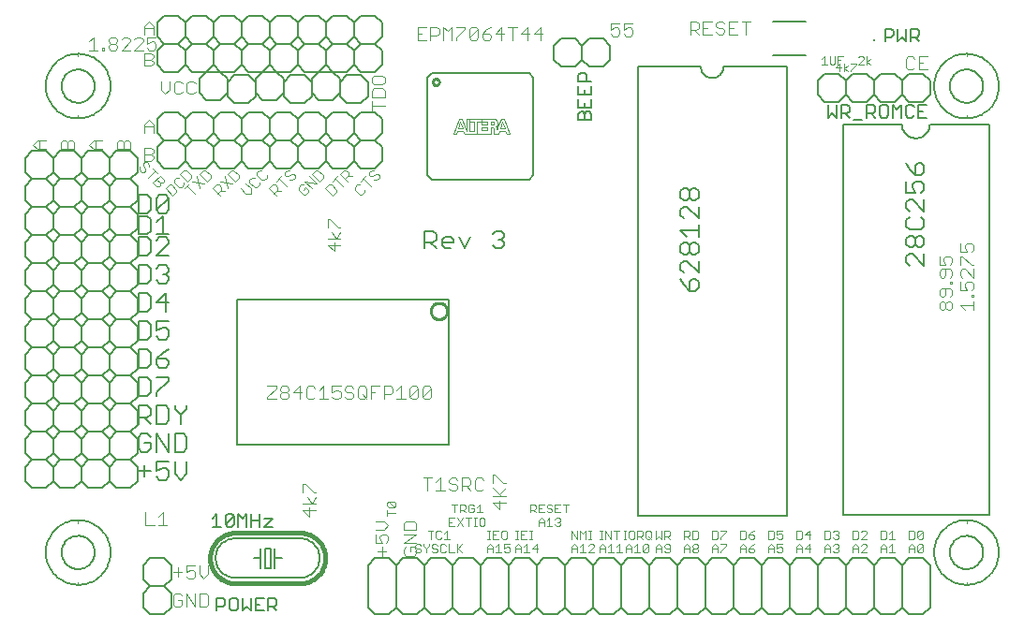
<source format=gto>
G75*
%MOIN*%
%OFA0B0*%
%FSLAX24Y24*%
%IPPOS*%
%LPD*%
%AMOC8*
5,1,8,0,0,1.08239X$1,22.5*
%
%ADD10C,0.0040*%
%ADD11C,0.0030*%
%ADD12C,0.0060*%
%ADD13C,0.0050*%
%ADD14R,0.0098X0.0098*%
%ADD15C,0.0020*%
%ADD16C,0.0080*%
%ADD17C,0.0100*%
%ADD18C,0.0070*%
%ADD19C,0.0160*%
D10*
X006083Y001722D02*
X006159Y001645D01*
X006313Y001645D01*
X006389Y001722D01*
X006389Y001875D01*
X006236Y001875D01*
X006083Y001722D02*
X006083Y002029D01*
X006159Y002105D01*
X006313Y002105D01*
X006389Y002029D01*
X006543Y002105D02*
X006850Y001645D01*
X006850Y002105D01*
X007003Y002105D02*
X007233Y002105D01*
X007310Y002029D01*
X007310Y001722D01*
X007233Y001645D01*
X007003Y001645D01*
X007003Y002105D01*
X006543Y002105D02*
X006543Y001645D01*
X006620Y002645D02*
X006543Y002722D01*
X006620Y002645D02*
X006773Y002645D01*
X006850Y002722D01*
X006850Y002875D01*
X006773Y002952D01*
X006696Y002952D01*
X006543Y002875D01*
X006543Y003105D01*
X006850Y003105D01*
X007003Y003105D02*
X007003Y002798D01*
X007157Y002645D01*
X007310Y002798D01*
X007310Y003105D01*
X006389Y002875D02*
X006083Y002875D01*
X006236Y002722D02*
X006236Y003029D01*
X005862Y004545D02*
X005555Y004545D01*
X005402Y004545D02*
X005095Y004545D01*
X005095Y005005D01*
X005555Y004852D02*
X005709Y005005D01*
X005709Y004545D01*
X010695Y005088D02*
X010925Y004858D01*
X010925Y005164D01*
X011002Y005318D02*
X010848Y005548D01*
X010695Y005702D02*
X010695Y006008D01*
X010771Y006008D01*
X011078Y005702D01*
X011155Y005702D01*
X011155Y005548D02*
X011002Y005318D01*
X011155Y005318D02*
X010695Y005318D01*
X010695Y005088D02*
X011155Y005088D01*
X013270Y004685D02*
X013577Y004685D01*
X013730Y004532D01*
X013577Y004378D01*
X013270Y004378D01*
X013270Y004225D02*
X013270Y003918D01*
X013500Y003918D01*
X013423Y004071D01*
X013423Y004148D01*
X013500Y004225D01*
X013653Y004225D01*
X013730Y004148D01*
X013730Y003995D01*
X013653Y003918D01*
X013500Y003764D02*
X013500Y003458D01*
X013653Y003611D02*
X013346Y003611D01*
X014270Y003688D02*
X014270Y003534D01*
X014346Y003458D01*
X014653Y003458D01*
X014730Y003534D01*
X014730Y003688D01*
X014653Y003764D01*
X014500Y003764D01*
X014500Y003611D01*
X014346Y003764D02*
X014270Y003688D01*
X014270Y003918D02*
X014730Y004225D01*
X014270Y004225D01*
X014270Y004378D02*
X014270Y004608D01*
X014346Y004685D01*
X014653Y004685D01*
X014730Y004608D01*
X014730Y004378D01*
X014270Y004378D01*
X014270Y003918D02*
X014730Y003918D01*
X017445Y005338D02*
X017675Y005108D01*
X017675Y005414D01*
X017752Y005568D02*
X017445Y005875D01*
X017445Y006028D02*
X017445Y006335D01*
X017521Y006335D01*
X017828Y006028D01*
X017905Y006028D01*
X017905Y005875D02*
X017675Y005645D01*
X017445Y005568D02*
X017905Y005568D01*
X017905Y005338D02*
X017445Y005338D01*
X017042Y005777D02*
X017118Y005854D01*
X017042Y005777D02*
X016888Y005777D01*
X016812Y005854D01*
X016812Y006160D01*
X016888Y006237D01*
X017042Y006237D01*
X017118Y006160D01*
X016658Y006160D02*
X016658Y006007D01*
X016581Y005930D01*
X016351Y005930D01*
X016351Y005777D02*
X016351Y006237D01*
X016581Y006237D01*
X016658Y006160D01*
X016505Y005930D02*
X016658Y005777D01*
X016198Y005854D02*
X016198Y005930D01*
X016121Y006007D01*
X015968Y006007D01*
X015891Y006084D01*
X015891Y006160D01*
X015968Y006237D01*
X016121Y006237D01*
X016198Y006160D01*
X016198Y005854D02*
X016121Y005777D01*
X015968Y005777D01*
X015891Y005854D01*
X015737Y005777D02*
X015430Y005777D01*
X015584Y005777D02*
X015584Y006237D01*
X015430Y006084D01*
X015277Y006237D02*
X014970Y006237D01*
X015123Y006237D02*
X015123Y005777D01*
X015180Y009042D02*
X015027Y009042D01*
X014950Y009118D01*
X015257Y009425D01*
X015257Y009118D01*
X015180Y009042D01*
X014950Y009118D02*
X014950Y009425D01*
X015027Y009502D01*
X015180Y009502D01*
X015257Y009425D01*
X014797Y009425D02*
X014490Y009118D01*
X014567Y009042D01*
X014720Y009042D01*
X014797Y009118D01*
X014797Y009425D01*
X014720Y009502D01*
X014567Y009502D01*
X014490Y009425D01*
X014490Y009118D01*
X014336Y009042D02*
X014030Y009042D01*
X014183Y009042D02*
X014183Y009502D01*
X014030Y009349D01*
X013876Y009425D02*
X013876Y009272D01*
X013799Y009195D01*
X013569Y009195D01*
X013569Y009042D02*
X013569Y009502D01*
X013799Y009502D01*
X013876Y009425D01*
X013416Y009502D02*
X013109Y009502D01*
X013109Y009042D01*
X012955Y009042D02*
X012802Y009195D01*
X012955Y009118D02*
X012879Y009042D01*
X012725Y009042D01*
X012648Y009118D01*
X012648Y009425D01*
X012725Y009502D01*
X012879Y009502D01*
X012955Y009425D01*
X012955Y009118D01*
X013109Y009272D02*
X013262Y009272D01*
X012495Y009195D02*
X012495Y009118D01*
X012418Y009042D01*
X012265Y009042D01*
X012188Y009118D01*
X012034Y009118D02*
X011958Y009042D01*
X011804Y009042D01*
X011728Y009118D01*
X011728Y009272D02*
X011881Y009349D01*
X011958Y009349D01*
X012034Y009272D01*
X012034Y009118D01*
X012188Y009349D02*
X012265Y009272D01*
X012418Y009272D01*
X012495Y009195D01*
X012495Y009425D02*
X012418Y009502D01*
X012265Y009502D01*
X012188Y009425D01*
X012188Y009349D01*
X012034Y009502D02*
X011728Y009502D01*
X011728Y009272D01*
X011574Y009042D02*
X011267Y009042D01*
X011421Y009042D02*
X011421Y009502D01*
X011267Y009349D01*
X011114Y009425D02*
X011037Y009502D01*
X010884Y009502D01*
X010807Y009425D01*
X010807Y009118D01*
X010884Y009042D01*
X011037Y009042D01*
X011114Y009118D01*
X010653Y009272D02*
X010346Y009272D01*
X010577Y009502D01*
X010577Y009042D01*
X010193Y009118D02*
X010193Y009195D01*
X010116Y009272D01*
X009963Y009272D01*
X009886Y009349D01*
X009886Y009425D01*
X009963Y009502D01*
X010116Y009502D01*
X010193Y009425D01*
X010193Y009349D01*
X010116Y009272D01*
X009963Y009272D02*
X009886Y009195D01*
X009886Y009118D01*
X009963Y009042D01*
X010116Y009042D01*
X010193Y009118D01*
X009733Y009042D02*
X009426Y009042D01*
X009426Y009118D01*
X009733Y009425D01*
X009733Y009502D01*
X009426Y009502D01*
X011800Y014295D02*
X011800Y014602D01*
X011877Y014755D02*
X011723Y014986D01*
X011570Y015139D02*
X011570Y015446D01*
X011646Y015446D01*
X011953Y015139D01*
X012030Y015139D01*
X012030Y014986D02*
X011877Y014755D01*
X012030Y014755D02*
X011570Y014755D01*
X011570Y014525D02*
X011800Y014295D01*
X012030Y014525D02*
X011570Y014525D01*
X005367Y017597D02*
X005290Y017520D01*
X005060Y017520D01*
X005060Y017980D01*
X005290Y017980D01*
X005367Y017904D01*
X005367Y017827D01*
X005290Y017750D01*
X005060Y017750D01*
X005290Y017750D02*
X005367Y017673D01*
X005367Y017597D01*
X004543Y017935D02*
X004543Y018165D01*
X004466Y018242D01*
X004389Y018242D01*
X004312Y018165D01*
X004312Y017935D01*
X004312Y018165D02*
X004236Y018242D01*
X004159Y018242D01*
X004082Y018165D01*
X004082Y017935D01*
X004543Y017935D01*
X005060Y018520D02*
X005060Y018827D01*
X005213Y018980D01*
X005367Y018827D01*
X005367Y018520D01*
X005367Y018750D02*
X005060Y018750D01*
X003543Y018242D02*
X003236Y018242D01*
X003082Y018088D01*
X003236Y017935D01*
X003543Y017935D01*
X003312Y017935D02*
X003312Y018242D01*
X002543Y018165D02*
X002543Y017935D01*
X002082Y017935D01*
X002082Y018165D01*
X002159Y018242D01*
X002236Y018242D01*
X002312Y018165D01*
X002312Y017935D01*
X002312Y018165D02*
X002389Y018242D01*
X002466Y018242D01*
X002543Y018165D01*
X001543Y018242D02*
X001236Y018242D01*
X001082Y018088D01*
X001236Y017935D01*
X001543Y017935D01*
X001312Y017935D02*
X001312Y018242D01*
X005060Y020895D02*
X005290Y020895D01*
X005367Y020972D01*
X005367Y021048D01*
X005290Y021125D01*
X005060Y021125D01*
X005290Y021125D02*
X005367Y021202D01*
X005367Y021279D01*
X005290Y021355D01*
X005060Y021355D01*
X005060Y020895D01*
X005639Y020355D02*
X005639Y020048D01*
X005792Y019895D01*
X005946Y020048D01*
X005946Y020355D01*
X006099Y020279D02*
X006099Y019972D01*
X006176Y019895D01*
X006329Y019895D01*
X006406Y019972D01*
X006560Y019972D02*
X006636Y019895D01*
X006790Y019895D01*
X006867Y019972D01*
X006560Y019972D02*
X006560Y020279D01*
X006636Y020355D01*
X006790Y020355D01*
X006867Y020279D01*
X006406Y020279D02*
X006329Y020355D01*
X006176Y020355D01*
X006099Y020279D01*
X005384Y021458D02*
X005231Y021458D01*
X005154Y021534D01*
X005154Y021688D02*
X005308Y021764D01*
X005384Y021764D01*
X005461Y021688D01*
X005461Y021534D01*
X005384Y021458D01*
X005154Y021688D02*
X005154Y021918D01*
X005461Y021918D01*
X005367Y022020D02*
X005367Y022327D01*
X005213Y022480D01*
X005060Y022327D01*
X005060Y022020D01*
X004924Y021918D02*
X004771Y021918D01*
X004694Y021841D01*
X004540Y021841D02*
X004464Y021918D01*
X004310Y021918D01*
X004233Y021841D01*
X004080Y021841D02*
X004003Y021918D01*
X003850Y021918D01*
X003773Y021841D01*
X003773Y021764D01*
X003850Y021688D01*
X004003Y021688D01*
X004080Y021611D01*
X004080Y021534D01*
X004003Y021458D01*
X003850Y021458D01*
X003773Y021534D01*
X003773Y021611D01*
X003850Y021688D01*
X004003Y021688D02*
X004080Y021764D01*
X004080Y021841D01*
X004233Y021458D02*
X004540Y021764D01*
X004540Y021841D01*
X004540Y021458D02*
X004233Y021458D01*
X004694Y021458D02*
X005001Y021764D01*
X005001Y021841D01*
X004924Y021918D01*
X005060Y022250D02*
X005367Y022250D01*
X005001Y021458D02*
X004694Y021458D01*
X003620Y021458D02*
X003543Y021458D01*
X003543Y021534D01*
X003620Y021534D01*
X003620Y021458D01*
X003389Y021458D02*
X003083Y021458D01*
X003236Y021458D02*
X003236Y021918D01*
X003083Y021764D01*
X013145Y020477D02*
X013145Y020324D01*
X013221Y020247D01*
X013528Y020247D01*
X013605Y020324D01*
X013605Y020477D01*
X013528Y020554D01*
X013221Y020554D01*
X013145Y020477D01*
X013221Y020094D02*
X013145Y020017D01*
X013145Y019787D01*
X013605Y019787D01*
X013605Y020017D01*
X013528Y020094D01*
X013221Y020094D01*
X013145Y019633D02*
X013145Y019326D01*
X013145Y019480D02*
X013605Y019480D01*
X014770Y021823D02*
X015077Y021823D01*
X015230Y021823D02*
X015230Y022284D01*
X015461Y022284D01*
X015537Y022207D01*
X015537Y022053D01*
X015461Y021977D01*
X015230Y021977D01*
X014923Y022053D02*
X014770Y022053D01*
X014770Y021823D02*
X014770Y022284D01*
X015077Y022284D01*
X015691Y022284D02*
X015691Y021823D01*
X015998Y021823D02*
X015998Y022284D01*
X015844Y022130D01*
X015691Y022284D01*
X016151Y022284D02*
X016458Y022284D01*
X016458Y022207D01*
X016151Y021900D01*
X016151Y021823D01*
X016612Y021900D02*
X016918Y022207D01*
X016918Y021900D01*
X016842Y021823D01*
X016688Y021823D01*
X016612Y021900D01*
X016612Y022207D01*
X016688Y022284D01*
X016842Y022284D01*
X016918Y022207D01*
X017072Y022053D02*
X017302Y022053D01*
X017379Y021977D01*
X017379Y021900D01*
X017302Y021823D01*
X017149Y021823D01*
X017072Y021900D01*
X017072Y022053D01*
X017225Y022207D01*
X017379Y022284D01*
X017532Y022053D02*
X017839Y022053D01*
X017763Y021823D02*
X017763Y022284D01*
X017532Y022053D01*
X017993Y022284D02*
X018300Y022284D01*
X018146Y022284D02*
X018146Y021823D01*
X018453Y022053D02*
X018760Y022053D01*
X018914Y022053D02*
X019220Y022053D01*
X019144Y021823D02*
X019144Y022284D01*
X018914Y022053D01*
X018683Y021823D02*
X018683Y022284D01*
X018453Y022053D01*
X021645Y022034D02*
X021722Y021958D01*
X021875Y021958D01*
X021952Y022034D01*
X021952Y022188D01*
X021875Y022264D01*
X021798Y022264D01*
X021645Y022188D01*
X021645Y022418D01*
X021952Y022418D01*
X022105Y022418D02*
X022105Y022188D01*
X022259Y022264D01*
X022336Y022264D01*
X022412Y022188D01*
X022412Y022034D01*
X022336Y021958D01*
X022182Y021958D01*
X022105Y022034D01*
X022105Y022418D02*
X022412Y022418D01*
X024468Y022480D02*
X024468Y022020D01*
X024468Y022173D02*
X024698Y022173D01*
X024775Y022250D01*
X024775Y022404D01*
X024698Y022480D01*
X024468Y022480D01*
X024621Y022173D02*
X024775Y022020D01*
X024928Y022020D02*
X025235Y022020D01*
X025389Y022097D02*
X025466Y022020D01*
X025619Y022020D01*
X025696Y022097D01*
X025696Y022173D01*
X025619Y022250D01*
X025466Y022250D01*
X025389Y022327D01*
X025389Y022404D01*
X025466Y022480D01*
X025619Y022480D01*
X025696Y022404D01*
X025849Y022480D02*
X025849Y022020D01*
X026156Y022020D01*
X026003Y022250D02*
X025849Y022250D01*
X025849Y022480D02*
X026156Y022480D01*
X026310Y022480D02*
X026617Y022480D01*
X026463Y022480D02*
X026463Y022020D01*
X025235Y022480D02*
X024928Y022480D01*
X024928Y022020D01*
X024928Y022250D02*
X025082Y022250D01*
X032145Y021154D02*
X032145Y020847D01*
X032222Y020770D01*
X032375Y020770D01*
X032452Y020847D01*
X032605Y020770D02*
X032912Y020770D01*
X032759Y021000D02*
X032605Y021000D01*
X032452Y021154D02*
X032375Y021230D01*
X032222Y021230D01*
X032145Y021154D01*
X032605Y021230D02*
X032605Y020770D01*
X032605Y021230D02*
X032912Y021230D01*
X034082Y014586D02*
X034082Y014279D01*
X034312Y014279D01*
X034236Y014433D01*
X034236Y014509D01*
X034312Y014586D01*
X034466Y014586D01*
X034543Y014509D01*
X034543Y014356D01*
X034466Y014279D01*
X034159Y014126D02*
X034466Y013819D01*
X034543Y013819D01*
X034543Y013665D02*
X034543Y013358D01*
X034236Y013665D01*
X034159Y013665D01*
X034082Y013589D01*
X034082Y013435D01*
X034159Y013358D01*
X034082Y013205D02*
X034082Y012898D01*
X034312Y012898D01*
X034236Y013052D01*
X034236Y013128D01*
X034312Y013205D01*
X034466Y013205D01*
X034543Y013128D01*
X034543Y012975D01*
X034466Y012898D01*
X034466Y012745D02*
X034543Y012745D01*
X034543Y012668D01*
X034466Y012668D01*
X034466Y012745D01*
X034543Y012514D02*
X034543Y012208D01*
X034543Y012361D02*
X034082Y012361D01*
X034236Y012208D01*
X033793Y012284D02*
X033716Y012208D01*
X033639Y012208D01*
X033562Y012284D01*
X033562Y012438D01*
X033639Y012514D01*
X033716Y012514D01*
X033793Y012438D01*
X033793Y012284D01*
X033562Y012284D02*
X033486Y012208D01*
X033409Y012208D01*
X033332Y012284D01*
X033332Y012438D01*
X033409Y012514D01*
X033486Y012514D01*
X033562Y012438D01*
X033486Y012668D02*
X033409Y012668D01*
X033332Y012745D01*
X033332Y012898D01*
X033409Y012975D01*
X033716Y012975D01*
X033793Y012898D01*
X033793Y012745D01*
X033716Y012668D01*
X033562Y012745D02*
X033486Y012668D01*
X033562Y012745D02*
X033562Y012975D01*
X033716Y013128D02*
X033716Y013205D01*
X033793Y013205D01*
X033793Y013128D01*
X033716Y013128D01*
X033716Y013358D02*
X033793Y013435D01*
X033793Y013589D01*
X033716Y013665D01*
X033409Y013665D01*
X033332Y013589D01*
X033332Y013435D01*
X033409Y013358D01*
X033486Y013358D01*
X033562Y013435D01*
X033562Y013665D01*
X033562Y013819D02*
X033486Y013972D01*
X033486Y014049D01*
X033562Y014126D01*
X033716Y014126D01*
X033793Y014049D01*
X033793Y013896D01*
X033716Y013819D01*
X033562Y013819D02*
X033332Y013819D01*
X033332Y014126D01*
X034082Y014126D02*
X034082Y013819D01*
X034082Y014126D02*
X034159Y014126D01*
D11*
X030180Y020703D02*
X030180Y020751D01*
X030374Y020944D01*
X030374Y020993D01*
X030180Y020993D01*
X030080Y020896D02*
X029935Y020799D01*
X030080Y020703D01*
X029935Y020703D02*
X029935Y020993D01*
X029785Y020993D02*
X029640Y020848D01*
X029833Y020848D01*
X029729Y020953D02*
X029729Y021243D01*
X029923Y021243D01*
X029826Y021098D02*
X029729Y021098D01*
X029785Y020993D02*
X029785Y020703D01*
X029580Y020953D02*
X029628Y021001D01*
X029628Y021243D01*
X029435Y021243D02*
X029435Y021001D01*
X029483Y020953D01*
X029580Y020953D01*
X029333Y020953D02*
X029140Y020953D01*
X029237Y020953D02*
X029237Y021243D01*
X029140Y021146D01*
X030453Y021194D02*
X030501Y021243D01*
X030598Y021243D01*
X030646Y021194D01*
X030646Y021146D01*
X030453Y020953D01*
X030646Y020953D01*
X030747Y020953D02*
X030747Y021243D01*
X030892Y021146D02*
X030747Y021049D01*
X030892Y020953D01*
X013403Y017009D02*
X013403Y016921D01*
X013316Y016834D01*
X013229Y016834D01*
X013185Y016965D02*
X013272Y017052D01*
X013360Y017052D01*
X013403Y017009D01*
X013185Y016965D02*
X013098Y016965D01*
X013054Y017009D01*
X013054Y017096D01*
X013141Y017183D01*
X013229Y017183D01*
X012925Y016966D02*
X012750Y016792D01*
X012837Y016879D02*
X013099Y016617D01*
X012882Y016488D02*
X012882Y016400D01*
X012795Y016313D01*
X012708Y016313D01*
X012533Y016488D01*
X012533Y016575D01*
X012621Y016662D01*
X012708Y016662D01*
X012272Y016790D02*
X012011Y017052D01*
X012141Y017183D01*
X012229Y017183D01*
X012316Y017096D01*
X012316Y017009D01*
X012185Y016878D01*
X012272Y016965D02*
X012447Y016965D01*
X011925Y016966D02*
X011750Y016792D01*
X011837Y016879D02*
X012099Y016617D01*
X011882Y016488D02*
X011708Y016662D01*
X011621Y016662D01*
X011490Y016531D01*
X011752Y016270D01*
X011882Y016400D01*
X011882Y016488D01*
X011403Y016921D02*
X011403Y017009D01*
X011229Y017183D01*
X011141Y017183D01*
X011011Y017052D01*
X011272Y016790D01*
X011403Y016921D01*
X011187Y016705D02*
X010925Y016966D01*
X010750Y016792D02*
X011187Y016705D01*
X011012Y016530D02*
X010750Y016792D01*
X010708Y016662D02*
X010621Y016662D01*
X010533Y016575D01*
X010533Y016488D01*
X010708Y016313D01*
X010795Y016313D01*
X010882Y016400D01*
X010882Y016488D01*
X010795Y016575D01*
X010708Y016488D01*
X010316Y016834D02*
X010229Y016834D01*
X010316Y016834D02*
X010403Y016921D01*
X010403Y017009D01*
X010360Y017052D01*
X010272Y017052D01*
X010185Y016965D01*
X010098Y016965D01*
X010054Y017009D01*
X010054Y017096D01*
X010141Y017183D01*
X010229Y017183D01*
X009925Y016966D02*
X009750Y016792D01*
X009837Y016879D02*
X010099Y016617D01*
X009926Y016444D02*
X009752Y016444D01*
X009795Y016488D02*
X009664Y016357D01*
X009752Y016270D02*
X009490Y016531D01*
X009621Y016662D01*
X009708Y016662D01*
X009795Y016575D01*
X009795Y016488D01*
X009403Y016921D02*
X009316Y016834D01*
X009229Y016834D01*
X009054Y017009D01*
X009054Y017096D01*
X009141Y017183D01*
X009229Y017183D01*
X009403Y017009D02*
X009403Y016921D01*
X009143Y016748D02*
X009143Y016661D01*
X009056Y016574D01*
X008968Y016574D01*
X008794Y016748D01*
X008794Y016835D01*
X008881Y016923D01*
X008968Y016923D01*
X008664Y016706D02*
X008839Y016531D01*
X008839Y016357D01*
X008664Y016357D01*
X008490Y016531D01*
X008272Y016790D02*
X008403Y016921D01*
X008403Y017009D01*
X008229Y017183D01*
X008141Y017183D01*
X008011Y017052D01*
X008272Y016790D01*
X008187Y016705D02*
X007750Y016792D01*
X007708Y016662D02*
X007795Y016575D01*
X007795Y016488D01*
X007664Y016357D01*
X007752Y016444D02*
X007926Y016444D01*
X008012Y016530D02*
X007925Y016966D01*
X007708Y016662D02*
X007621Y016662D01*
X007490Y016531D01*
X007752Y016270D01*
X007272Y016790D02*
X007403Y016921D01*
X007403Y017009D01*
X007229Y017183D01*
X007141Y017183D01*
X007011Y017052D01*
X007272Y016790D01*
X007187Y016705D02*
X006750Y016792D01*
X006664Y016706D02*
X006490Y016531D01*
X006577Y016619D02*
X006839Y016357D01*
X007012Y016530D02*
X006925Y016966D01*
X006716Y017009D02*
X006541Y017183D01*
X006454Y017183D01*
X006323Y017052D01*
X006585Y016790D01*
X006716Y016921D01*
X006716Y017009D01*
X006455Y016748D02*
X006455Y016661D01*
X006368Y016574D01*
X006281Y016574D01*
X006106Y016748D01*
X006106Y016835D01*
X006194Y016923D01*
X006281Y016923D01*
X005747Y016860D02*
X005747Y016773D01*
X005704Y016729D01*
X005616Y016729D01*
X005486Y016860D01*
X005616Y016729D02*
X005616Y016642D01*
X005573Y016598D01*
X005486Y016598D01*
X005355Y016729D01*
X005616Y016991D01*
X005747Y016860D01*
X005933Y016662D02*
X005802Y016531D01*
X006064Y016270D01*
X006195Y016400D01*
X006195Y016488D01*
X006020Y016662D01*
X005933Y016662D01*
X005531Y017077D02*
X005356Y017251D01*
X005443Y017164D02*
X005181Y016902D01*
X005052Y017119D02*
X004965Y017119D01*
X004877Y017206D01*
X004877Y017294D01*
X005008Y017337D02*
X005096Y017250D01*
X005096Y017163D01*
X005052Y017119D01*
X005008Y017337D02*
X005008Y017425D01*
X005052Y017468D01*
X005139Y017468D01*
X005226Y017381D01*
X005226Y017294D01*
X013743Y005378D02*
X013695Y005330D01*
X013695Y005233D01*
X013743Y005185D01*
X013937Y005185D01*
X013743Y005378D01*
X013937Y005378D01*
X013985Y005330D01*
X013985Y005233D01*
X013937Y005185D01*
X013985Y004987D02*
X013695Y004987D01*
X013695Y005083D02*
X013695Y004890D01*
X014742Y003868D02*
X014694Y003819D01*
X014694Y003771D01*
X014742Y003723D01*
X014839Y003723D01*
X014887Y003674D01*
X014887Y003626D01*
X014839Y003578D01*
X014742Y003578D01*
X014694Y003626D01*
X014742Y003868D02*
X014839Y003868D01*
X014887Y003819D01*
X014988Y003819D02*
X015085Y003723D01*
X015085Y003578D01*
X015085Y003723D02*
X015182Y003819D01*
X015182Y003868D01*
X015283Y003819D02*
X015283Y003771D01*
X015331Y003723D01*
X015428Y003723D01*
X015476Y003674D01*
X015476Y003626D01*
X015428Y003578D01*
X015331Y003578D01*
X015283Y003626D01*
X015283Y003819D02*
X015331Y003868D01*
X015428Y003868D01*
X015476Y003819D01*
X015578Y003819D02*
X015578Y003626D01*
X015626Y003578D01*
X015723Y003578D01*
X015771Y003626D01*
X015872Y003578D02*
X016066Y003578D01*
X016167Y003578D02*
X016167Y003868D01*
X016215Y003723D02*
X016360Y003578D01*
X016167Y003674D02*
X016360Y003868D01*
X015918Y004058D02*
X015725Y004058D01*
X015822Y004058D02*
X015822Y004348D01*
X015725Y004251D01*
X015624Y004299D02*
X015575Y004348D01*
X015479Y004348D01*
X015430Y004299D01*
X015430Y004106D01*
X015479Y004058D01*
X015575Y004058D01*
X015624Y004106D01*
X015626Y003868D02*
X015578Y003819D01*
X015626Y003868D02*
X015723Y003868D01*
X015771Y003819D01*
X015872Y003868D02*
X015872Y003578D01*
X015232Y004058D02*
X015232Y004348D01*
X015136Y004348D02*
X015329Y004348D01*
X015890Y004515D02*
X016083Y004515D01*
X016185Y004515D02*
X016378Y004805D01*
X016479Y004805D02*
X016673Y004805D01*
X016576Y004805D02*
X016576Y004515D01*
X016378Y004515D02*
X016185Y004805D01*
X016083Y004805D02*
X015890Y004805D01*
X015890Y004515D01*
X015890Y004660D02*
X015987Y004660D01*
X016085Y004995D02*
X016085Y005285D01*
X015988Y005285D02*
X016182Y005285D01*
X016283Y005285D02*
X016428Y005285D01*
X016476Y005237D01*
X016476Y005140D01*
X016428Y005092D01*
X016283Y005092D01*
X016380Y005092D02*
X016476Y004995D01*
X016578Y005043D02*
X016626Y004995D01*
X016723Y004995D01*
X016771Y005043D01*
X016771Y005140D01*
X016674Y005140D01*
X016578Y005237D02*
X016578Y005043D01*
X016578Y005237D02*
X016626Y005285D01*
X016723Y005285D01*
X016771Y005237D01*
X016872Y005188D02*
X016969Y005285D01*
X016969Y004995D01*
X016872Y004995D02*
X017066Y004995D01*
X017019Y004805D02*
X016970Y004757D01*
X016970Y004563D01*
X017019Y004515D01*
X017115Y004515D01*
X017164Y004563D01*
X017164Y004757D01*
X017115Y004805D01*
X017019Y004805D01*
X016871Y004805D02*
X016774Y004805D01*
X016822Y004805D02*
X016822Y004515D01*
X016774Y004515D02*
X016871Y004515D01*
X017265Y004348D02*
X017362Y004348D01*
X017313Y004348D02*
X017313Y004058D01*
X017265Y004058D02*
X017362Y004058D01*
X017461Y004058D02*
X017461Y004348D01*
X017655Y004348D01*
X017756Y004299D02*
X017756Y004106D01*
X017804Y004058D01*
X017901Y004058D01*
X017950Y004106D01*
X017950Y004299D01*
X017901Y004348D01*
X017804Y004348D01*
X017756Y004299D01*
X017558Y004203D02*
X017461Y004203D01*
X017461Y004058D02*
X017655Y004058D01*
X017656Y003868D02*
X017656Y003578D01*
X017560Y003578D02*
X017753Y003578D01*
X017854Y003626D02*
X017903Y003578D01*
X017999Y003578D01*
X018048Y003626D01*
X018048Y003723D01*
X017999Y003771D01*
X017951Y003771D01*
X017854Y003723D01*
X017854Y003868D01*
X018048Y003868D01*
X018265Y003771D02*
X018265Y003578D01*
X018265Y003723D02*
X018458Y003723D01*
X018458Y003771D02*
X018458Y003578D01*
X018560Y003578D02*
X018753Y003578D01*
X018656Y003578D02*
X018656Y003868D01*
X018560Y003771D01*
X018458Y003771D02*
X018362Y003868D01*
X018265Y003771D01*
X018265Y004058D02*
X018362Y004058D01*
X018313Y004058D02*
X018313Y004348D01*
X018265Y004348D02*
X018362Y004348D01*
X018461Y004348D02*
X018461Y004058D01*
X018655Y004058D01*
X018756Y004058D02*
X018853Y004058D01*
X018804Y004058D02*
X018804Y004348D01*
X018756Y004348D02*
X018853Y004348D01*
X018655Y004348D02*
X018461Y004348D01*
X018461Y004203D02*
X018558Y004203D01*
X018999Y003868D02*
X018854Y003723D01*
X019048Y003723D01*
X018999Y003578D02*
X018999Y003868D01*
X019073Y004515D02*
X019073Y004708D01*
X019170Y004805D01*
X019267Y004708D01*
X019267Y004515D01*
X019368Y004515D02*
X019561Y004515D01*
X019464Y004515D02*
X019464Y004805D01*
X019368Y004708D01*
X019267Y004660D02*
X019073Y004660D01*
X019662Y004563D02*
X019711Y004515D01*
X019807Y004515D01*
X019856Y004563D01*
X019856Y004612D01*
X019807Y004660D01*
X019759Y004660D01*
X019807Y004660D02*
X019856Y004708D01*
X019856Y004757D01*
X019807Y004805D01*
X019711Y004805D01*
X019662Y004757D01*
X019662Y004995D02*
X019856Y004995D01*
X019759Y005140D02*
X019662Y005140D01*
X019561Y005092D02*
X019561Y005043D01*
X019513Y004995D01*
X019416Y004995D01*
X019368Y005043D01*
X019416Y005140D02*
X019513Y005140D01*
X019561Y005092D01*
X019662Y004995D02*
X019662Y005285D01*
X019856Y005285D01*
X019957Y005285D02*
X020150Y005285D01*
X020054Y005285D02*
X020054Y004995D01*
X019561Y005237D02*
X019513Y005285D01*
X019416Y005285D01*
X019368Y005237D01*
X019368Y005188D01*
X019416Y005140D01*
X019267Y004995D02*
X019073Y004995D01*
X019073Y005285D01*
X019267Y005285D01*
X019170Y005140D02*
X019073Y005140D01*
X018972Y005140D02*
X018923Y005092D01*
X018778Y005092D01*
X018778Y004995D02*
X018778Y005285D01*
X018923Y005285D01*
X018972Y005237D01*
X018972Y005140D01*
X018875Y005092D02*
X018972Y004995D01*
X020265Y004348D02*
X020458Y004058D01*
X020458Y004348D01*
X020560Y004348D02*
X020656Y004251D01*
X020753Y004348D01*
X020753Y004058D01*
X020854Y004058D02*
X020951Y004058D01*
X020903Y004058D02*
X020903Y004348D01*
X020951Y004348D02*
X020854Y004348D01*
X020560Y004348D02*
X020560Y004058D01*
X020656Y003868D02*
X020656Y003578D01*
X020560Y003578D02*
X020753Y003578D01*
X020854Y003578D02*
X021048Y003771D01*
X021048Y003819D01*
X020999Y003868D01*
X020903Y003868D01*
X020854Y003819D01*
X020656Y003868D02*
X020560Y003771D01*
X020458Y003771D02*
X020458Y003578D01*
X020458Y003723D02*
X020265Y003723D01*
X020265Y003771D02*
X020265Y003578D01*
X020265Y003771D02*
X020362Y003868D01*
X020458Y003771D01*
X020265Y004058D02*
X020265Y004348D01*
X020854Y003578D02*
X021048Y003578D01*
X021265Y003578D02*
X021265Y003771D01*
X021362Y003868D01*
X021458Y003771D01*
X021458Y003578D01*
X021560Y003578D02*
X021753Y003578D01*
X021656Y003578D02*
X021656Y003868D01*
X021560Y003771D01*
X021458Y003723D02*
X021265Y003723D01*
X021854Y003771D02*
X021951Y003868D01*
X021951Y003578D01*
X021854Y003578D02*
X022048Y003578D01*
X022198Y003578D02*
X022198Y003771D01*
X022295Y003868D01*
X022392Y003771D01*
X022392Y003578D01*
X022493Y003578D02*
X022686Y003578D01*
X022589Y003578D02*
X022589Y003868D01*
X022493Y003771D01*
X022392Y003723D02*
X022198Y003723D01*
X022197Y004058D02*
X022100Y004058D01*
X022148Y004058D02*
X022148Y004348D01*
X022100Y004348D02*
X022197Y004348D01*
X022296Y004299D02*
X022296Y004106D01*
X022345Y004058D01*
X022441Y004058D01*
X022490Y004106D01*
X022490Y004299D01*
X022441Y004348D01*
X022345Y004348D01*
X022296Y004299D01*
X022591Y004348D02*
X022736Y004348D01*
X022784Y004299D01*
X022784Y004203D01*
X022736Y004154D01*
X022591Y004154D01*
X022591Y004058D02*
X022591Y004348D01*
X022688Y004154D02*
X022784Y004058D01*
X022886Y004106D02*
X022934Y004058D01*
X023031Y004058D01*
X023079Y004106D01*
X023079Y004299D01*
X023031Y004348D01*
X022934Y004348D01*
X022886Y004299D01*
X022886Y004106D01*
X022982Y004154D02*
X023079Y004058D01*
X023265Y004058D02*
X023362Y004154D01*
X023458Y004058D01*
X023458Y004348D01*
X023560Y004348D02*
X023705Y004348D01*
X023753Y004299D01*
X023753Y004203D01*
X023705Y004154D01*
X023560Y004154D01*
X023656Y004154D02*
X023753Y004058D01*
X023560Y004058D02*
X023560Y004348D01*
X023265Y004348D02*
X023265Y004058D01*
X023362Y003868D02*
X023458Y003771D01*
X023458Y003578D01*
X023560Y003626D02*
X023608Y003578D01*
X023705Y003578D01*
X023753Y003626D01*
X023753Y003819D01*
X023705Y003868D01*
X023608Y003868D01*
X023560Y003819D01*
X023560Y003771D01*
X023608Y003723D01*
X023753Y003723D01*
X023458Y003723D02*
X023265Y003723D01*
X023265Y003771D02*
X023265Y003578D01*
X023265Y003771D02*
X023362Y003868D01*
X022981Y003819D02*
X022787Y003626D01*
X022836Y003578D01*
X022932Y003578D01*
X022981Y003626D01*
X022981Y003819D01*
X022932Y003868D01*
X022836Y003868D01*
X022787Y003819D01*
X022787Y003626D01*
X021853Y004058D02*
X021853Y004348D01*
X021756Y004348D02*
X021950Y004348D01*
X021655Y004348D02*
X021655Y004058D01*
X021461Y004348D01*
X021461Y004058D01*
X021362Y004058D02*
X021265Y004058D01*
X021313Y004058D02*
X021313Y004348D01*
X021265Y004348D02*
X021362Y004348D01*
X024265Y004348D02*
X024265Y004058D01*
X024265Y004154D02*
X024410Y004154D01*
X024458Y004203D01*
X024458Y004299D01*
X024410Y004348D01*
X024265Y004348D01*
X024362Y004154D02*
X024458Y004058D01*
X024560Y004058D02*
X024560Y004348D01*
X024705Y004348D01*
X024753Y004299D01*
X024753Y004106D01*
X024705Y004058D01*
X024560Y004058D01*
X024608Y003868D02*
X024705Y003868D01*
X024753Y003819D01*
X024753Y003771D01*
X024705Y003723D01*
X024608Y003723D01*
X024560Y003771D01*
X024560Y003819D01*
X024608Y003868D01*
X024608Y003723D02*
X024560Y003674D01*
X024560Y003626D01*
X024608Y003578D01*
X024705Y003578D01*
X024753Y003626D01*
X024753Y003674D01*
X024705Y003723D01*
X024458Y003723D02*
X024265Y003723D01*
X024265Y003771D02*
X024265Y003578D01*
X024265Y003771D02*
X024362Y003868D01*
X024458Y003771D01*
X024458Y003578D01*
X025265Y003578D02*
X025265Y003771D01*
X025362Y003868D01*
X025458Y003771D01*
X025458Y003578D01*
X025560Y003578D02*
X025560Y003626D01*
X025753Y003819D01*
X025753Y003868D01*
X025560Y003868D01*
X025458Y003723D02*
X025265Y003723D01*
X025265Y004058D02*
X025410Y004058D01*
X025458Y004106D01*
X025458Y004299D01*
X025410Y004348D01*
X025265Y004348D01*
X025265Y004058D01*
X025560Y004058D02*
X025560Y004106D01*
X025753Y004299D01*
X025753Y004348D01*
X025560Y004348D01*
X026265Y004348D02*
X026265Y004058D01*
X026410Y004058D01*
X026458Y004106D01*
X026458Y004299D01*
X026410Y004348D01*
X026265Y004348D01*
X026560Y004203D02*
X026705Y004203D01*
X026753Y004154D01*
X026753Y004106D01*
X026705Y004058D01*
X026608Y004058D01*
X026560Y004106D01*
X026560Y004203D01*
X026656Y004299D01*
X026753Y004348D01*
X027265Y004348D02*
X027265Y004058D01*
X027410Y004058D01*
X027458Y004106D01*
X027458Y004299D01*
X027410Y004348D01*
X027265Y004348D01*
X027560Y004348D02*
X027560Y004203D01*
X027656Y004251D01*
X027705Y004251D01*
X027753Y004203D01*
X027753Y004106D01*
X027705Y004058D01*
X027608Y004058D01*
X027560Y004106D01*
X027560Y003868D02*
X027560Y003723D01*
X027656Y003771D01*
X027705Y003771D01*
X027753Y003723D01*
X027753Y003626D01*
X027705Y003578D01*
X027608Y003578D01*
X027560Y003626D01*
X027458Y003578D02*
X027458Y003771D01*
X027362Y003868D01*
X027265Y003771D01*
X027265Y003578D01*
X027265Y003723D02*
X027458Y003723D01*
X027560Y003868D02*
X027753Y003868D01*
X027753Y004348D02*
X027560Y004348D01*
X028265Y004348D02*
X028265Y004058D01*
X028410Y004058D01*
X028458Y004106D01*
X028458Y004299D01*
X028410Y004348D01*
X028265Y004348D01*
X028560Y004203D02*
X028753Y004203D01*
X028705Y004058D02*
X028705Y004348D01*
X028560Y004203D01*
X028705Y003868D02*
X028560Y003723D01*
X028753Y003723D01*
X028705Y003578D02*
X028705Y003868D01*
X028458Y003771D02*
X028458Y003578D01*
X028458Y003723D02*
X028265Y003723D01*
X028265Y003771D02*
X028265Y003578D01*
X028265Y003771D02*
X028362Y003868D01*
X028458Y003771D01*
X029265Y003771D02*
X029265Y003578D01*
X029265Y003723D02*
X029458Y003723D01*
X029458Y003771D02*
X029458Y003578D01*
X029560Y003626D02*
X029608Y003578D01*
X029705Y003578D01*
X029753Y003626D01*
X029753Y003674D01*
X029705Y003723D01*
X029656Y003723D01*
X029705Y003723D02*
X029753Y003771D01*
X029753Y003819D01*
X029705Y003868D01*
X029608Y003868D01*
X029560Y003819D01*
X029458Y003771D02*
X029362Y003868D01*
X029265Y003771D01*
X029265Y004058D02*
X029410Y004058D01*
X029458Y004106D01*
X029458Y004299D01*
X029410Y004348D01*
X029265Y004348D01*
X029265Y004058D01*
X029560Y004106D02*
X029608Y004058D01*
X029705Y004058D01*
X029753Y004106D01*
X029753Y004154D01*
X029705Y004203D01*
X029656Y004203D01*
X029705Y004203D02*
X029753Y004251D01*
X029753Y004299D01*
X029705Y004348D01*
X029608Y004348D01*
X029560Y004299D01*
X030265Y004348D02*
X030265Y004058D01*
X030410Y004058D01*
X030458Y004106D01*
X030458Y004299D01*
X030410Y004348D01*
X030265Y004348D01*
X030560Y004299D02*
X030608Y004348D01*
X030705Y004348D01*
X030753Y004299D01*
X030753Y004251D01*
X030560Y004058D01*
X030753Y004058D01*
X030705Y003868D02*
X030608Y003868D01*
X030560Y003819D01*
X030458Y003771D02*
X030458Y003578D01*
X030560Y003578D02*
X030753Y003771D01*
X030753Y003819D01*
X030705Y003868D01*
X030458Y003771D02*
X030362Y003868D01*
X030265Y003771D01*
X030265Y003578D01*
X030265Y003723D02*
X030458Y003723D01*
X030560Y003578D02*
X030753Y003578D01*
X031265Y003578D02*
X031265Y003771D01*
X031362Y003868D01*
X031458Y003771D01*
X031458Y003578D01*
X031560Y003578D02*
X031753Y003578D01*
X031656Y003578D02*
X031656Y003868D01*
X031560Y003771D01*
X031458Y003723D02*
X031265Y003723D01*
X031265Y004058D02*
X031410Y004058D01*
X031458Y004106D01*
X031458Y004299D01*
X031410Y004348D01*
X031265Y004348D01*
X031265Y004058D01*
X031560Y004058D02*
X031753Y004058D01*
X031656Y004058D02*
X031656Y004348D01*
X031560Y004251D01*
X032265Y004348D02*
X032265Y004058D01*
X032410Y004058D01*
X032458Y004106D01*
X032458Y004299D01*
X032410Y004348D01*
X032265Y004348D01*
X032560Y004299D02*
X032560Y004106D01*
X032753Y004299D01*
X032753Y004106D01*
X032705Y004058D01*
X032608Y004058D01*
X032560Y004106D01*
X032560Y004299D02*
X032608Y004348D01*
X032705Y004348D01*
X032753Y004299D01*
X032705Y003868D02*
X032608Y003868D01*
X032560Y003819D01*
X032560Y003626D01*
X032753Y003819D01*
X032753Y003626D01*
X032705Y003578D01*
X032608Y003578D01*
X032560Y003626D01*
X032458Y003578D02*
X032458Y003771D01*
X032362Y003868D01*
X032265Y003771D01*
X032265Y003578D01*
X032265Y003723D02*
X032458Y003723D01*
X032705Y003868D02*
X032753Y003819D01*
X026753Y003868D02*
X026656Y003819D01*
X026560Y003723D01*
X026705Y003723D01*
X026753Y003674D01*
X026753Y003626D01*
X026705Y003578D01*
X026608Y003578D01*
X026560Y003626D01*
X026560Y003723D01*
X026458Y003723D02*
X026265Y003723D01*
X026265Y003771D02*
X026265Y003578D01*
X026265Y003771D02*
X026362Y003868D01*
X026458Y003771D01*
X026458Y003578D01*
X017656Y003868D02*
X017560Y003771D01*
X017458Y003771D02*
X017458Y003578D01*
X017458Y003723D02*
X017265Y003723D01*
X017265Y003771D02*
X017265Y003578D01*
X017265Y003771D02*
X017362Y003868D01*
X017458Y003771D01*
X016283Y004995D02*
X016283Y005285D01*
X014988Y003868D02*
X014988Y003819D01*
D12*
X014750Y003375D02*
X014250Y003375D01*
X014000Y003125D01*
X013750Y003375D01*
X013250Y003375D01*
X013000Y003125D01*
X013000Y001625D01*
X013250Y001375D01*
X013750Y001375D01*
X014000Y001625D01*
X014000Y003125D01*
X014750Y003375D02*
X015000Y003125D01*
X015000Y001625D01*
X014750Y001375D01*
X014250Y001375D01*
X014000Y001625D01*
X015000Y001625D02*
X015250Y001375D01*
X015750Y001375D01*
X016000Y001625D01*
X016000Y003125D01*
X016250Y003375D01*
X016750Y003375D01*
X017000Y003125D01*
X017000Y001625D01*
X016750Y001375D01*
X016250Y001375D01*
X016000Y001625D01*
X017000Y001625D02*
X017250Y001375D01*
X017750Y001375D01*
X018000Y001625D01*
X018000Y003125D01*
X018250Y003375D01*
X018750Y003375D01*
X019000Y003125D01*
X019000Y001625D01*
X018750Y001375D01*
X018250Y001375D01*
X018000Y001625D01*
X019000Y001625D02*
X019250Y001375D01*
X019750Y001375D01*
X020000Y001625D01*
X020000Y003125D01*
X020250Y003375D01*
X020750Y003375D01*
X021000Y003125D01*
X021000Y001625D01*
X020750Y001375D01*
X020250Y001375D01*
X020000Y001625D01*
X021000Y001625D02*
X021250Y001375D01*
X021750Y001375D01*
X022000Y001625D01*
X022000Y003125D01*
X022250Y003375D01*
X022750Y003375D01*
X023000Y003125D01*
X023000Y001625D01*
X022750Y001375D01*
X022250Y001375D01*
X022000Y001625D01*
X023000Y001625D02*
X023250Y001375D01*
X023750Y001375D01*
X024000Y001625D01*
X024000Y003125D01*
X024250Y003375D01*
X024750Y003375D01*
X025000Y003125D01*
X025000Y001625D01*
X024750Y001375D01*
X024250Y001375D01*
X024000Y001625D01*
X025000Y001625D02*
X025250Y001375D01*
X025750Y001375D01*
X026000Y001625D01*
X026000Y003125D01*
X026250Y003375D01*
X026750Y003375D01*
X027000Y003125D01*
X027000Y001625D01*
X026750Y001375D01*
X026250Y001375D01*
X026000Y001625D01*
X027000Y001625D02*
X027250Y001375D01*
X027750Y001375D01*
X028000Y001625D01*
X028000Y003125D01*
X027750Y003375D01*
X027250Y003375D01*
X027000Y003125D01*
X026000Y003125D02*
X025750Y003375D01*
X025250Y003375D01*
X025000Y003125D01*
X024000Y003125D02*
X023750Y003375D01*
X023250Y003375D01*
X023000Y003125D01*
X022000Y003125D02*
X021750Y003375D01*
X021250Y003375D01*
X021000Y003125D01*
X020000Y003125D02*
X019750Y003375D01*
X019250Y003375D01*
X019000Y003125D01*
X018000Y003125D02*
X017750Y003375D01*
X017250Y003375D01*
X017000Y003125D01*
X016000Y003125D02*
X015750Y003375D01*
X015250Y003375D01*
X015000Y003125D01*
X010588Y002675D02*
X010639Y002677D01*
X010690Y002682D01*
X010740Y002692D01*
X010790Y002705D01*
X010838Y002721D01*
X010885Y002741D01*
X010931Y002765D01*
X010974Y002791D01*
X011016Y002821D01*
X011055Y002854D01*
X011092Y002889D01*
X011126Y002927D01*
X011157Y002968D01*
X011186Y003010D01*
X011211Y003055D01*
X011232Y003101D01*
X011251Y003149D01*
X011265Y003198D01*
X011276Y003248D01*
X011284Y003298D01*
X011288Y003349D01*
X011288Y003401D01*
X011284Y003452D01*
X011276Y003502D01*
X011265Y003552D01*
X011251Y003601D01*
X011232Y003649D01*
X011211Y003695D01*
X011186Y003740D01*
X011157Y003782D01*
X011126Y003823D01*
X011092Y003861D01*
X011055Y003896D01*
X011016Y003929D01*
X010974Y003959D01*
X010931Y003985D01*
X010885Y004009D01*
X010838Y004029D01*
X010790Y004045D01*
X010740Y004058D01*
X010690Y004068D01*
X010639Y004073D01*
X010588Y004075D01*
X008288Y004075D01*
X009188Y003725D02*
X009188Y003375D01*
X008938Y003375D01*
X009188Y003375D02*
X009188Y003025D01*
X009338Y003025D02*
X009338Y003725D01*
X009538Y003725D01*
X009538Y003025D01*
X009338Y003025D01*
X009688Y003025D02*
X009688Y003375D01*
X009938Y003375D01*
X009688Y003375D02*
X009688Y003725D01*
X010588Y002675D02*
X008288Y002675D01*
X008237Y002677D01*
X008186Y002682D01*
X008136Y002692D01*
X008086Y002705D01*
X008038Y002721D01*
X007991Y002741D01*
X007945Y002765D01*
X007902Y002791D01*
X007860Y002821D01*
X007821Y002854D01*
X007784Y002889D01*
X007750Y002927D01*
X007719Y002968D01*
X007690Y003010D01*
X007665Y003055D01*
X007644Y003101D01*
X007625Y003149D01*
X007611Y003198D01*
X007600Y003248D01*
X007592Y003298D01*
X007588Y003349D01*
X007588Y003401D01*
X007592Y003452D01*
X007600Y003502D01*
X007611Y003552D01*
X007625Y003601D01*
X007644Y003649D01*
X007665Y003695D01*
X007690Y003740D01*
X007719Y003782D01*
X007750Y003823D01*
X007784Y003861D01*
X007821Y003896D01*
X007860Y003929D01*
X007902Y003959D01*
X007945Y003985D01*
X007991Y004009D01*
X008038Y004029D01*
X008086Y004045D01*
X008136Y004058D01*
X008186Y004068D01*
X008237Y004073D01*
X008288Y004075D01*
X006000Y003125D02*
X006000Y002625D01*
X005750Y002375D01*
X006000Y002125D01*
X006000Y001625D01*
X005750Y001375D01*
X005250Y001375D01*
X005000Y001625D01*
X005000Y002125D01*
X005250Y002375D01*
X005000Y002625D01*
X005000Y003125D01*
X005250Y003375D01*
X005750Y003375D01*
X006000Y003125D01*
X005750Y002375D02*
X005250Y002375D01*
X001547Y003572D02*
X001549Y003639D01*
X001555Y003707D01*
X001565Y003774D01*
X001579Y003840D01*
X001596Y003905D01*
X001618Y003969D01*
X001643Y004032D01*
X001672Y004093D01*
X001704Y004152D01*
X001740Y004209D01*
X001779Y004264D01*
X001821Y004317D01*
X001866Y004367D01*
X001914Y004414D01*
X001965Y004459D01*
X002018Y004500D01*
X002074Y004539D01*
X002132Y004574D01*
X002192Y004605D01*
X002253Y004633D01*
X002316Y004657D01*
X002380Y004678D01*
X002446Y004694D01*
X002512Y004707D01*
X002579Y004716D01*
X002646Y004721D01*
X002714Y004722D01*
X002781Y004719D01*
X002848Y004712D01*
X002915Y004701D01*
X002981Y004686D01*
X003046Y004668D01*
X003110Y004645D01*
X003172Y004619D01*
X003233Y004590D01*
X003291Y004556D01*
X003348Y004520D01*
X003403Y004480D01*
X003455Y004437D01*
X003504Y004391D01*
X003551Y004342D01*
X003595Y004291D01*
X003635Y004237D01*
X003673Y004181D01*
X003707Y004122D01*
X003737Y004062D01*
X003764Y004000D01*
X003788Y003937D01*
X003807Y003872D01*
X003823Y003807D01*
X003835Y003740D01*
X003843Y003673D01*
X003847Y003606D01*
X003847Y003538D01*
X003843Y003471D01*
X003835Y003404D01*
X003823Y003337D01*
X003807Y003272D01*
X003788Y003207D01*
X003764Y003144D01*
X003737Y003082D01*
X003707Y003022D01*
X003673Y002963D01*
X003635Y002907D01*
X003595Y002853D01*
X003551Y002802D01*
X003504Y002753D01*
X003455Y002707D01*
X003403Y002664D01*
X003348Y002624D01*
X003291Y002588D01*
X003233Y002554D01*
X003172Y002525D01*
X003110Y002499D01*
X003046Y002476D01*
X002981Y002458D01*
X002915Y002443D01*
X002848Y002432D01*
X002781Y002425D01*
X002714Y002422D01*
X002646Y002423D01*
X002579Y002428D01*
X002512Y002437D01*
X002446Y002450D01*
X002380Y002466D01*
X002316Y002487D01*
X002253Y002511D01*
X002192Y002539D01*
X002132Y002570D01*
X002074Y002605D01*
X002018Y002644D01*
X001965Y002685D01*
X001914Y002730D01*
X001866Y002777D01*
X001821Y002827D01*
X001779Y002880D01*
X001740Y002935D01*
X001704Y002992D01*
X001672Y003051D01*
X001643Y003112D01*
X001618Y003175D01*
X001596Y003239D01*
X001579Y003304D01*
X001565Y003370D01*
X001555Y003437D01*
X001549Y003505D01*
X001547Y003572D01*
X001563Y005875D02*
X001063Y005875D01*
X000813Y006125D01*
X000813Y006625D01*
X001063Y006875D01*
X000813Y007125D01*
X000813Y007625D01*
X001063Y007875D01*
X000813Y008125D01*
X000813Y008625D01*
X001063Y008875D01*
X000813Y009125D01*
X000813Y009625D01*
X001063Y009875D01*
X000813Y010125D01*
X000813Y010625D01*
X001063Y010875D01*
X000813Y011125D01*
X000813Y011625D01*
X001063Y011875D01*
X000813Y012125D01*
X000813Y012625D01*
X001063Y012875D01*
X000813Y013125D01*
X000813Y013625D01*
X001063Y013875D01*
X000813Y014125D01*
X000813Y014625D01*
X001063Y014875D01*
X000813Y015125D01*
X000813Y015625D01*
X001063Y015875D01*
X000813Y016125D01*
X000813Y016625D01*
X001063Y016875D01*
X000813Y017125D01*
X000813Y017625D01*
X001063Y017875D01*
X001563Y017875D01*
X001813Y017625D01*
X001813Y017125D01*
X002063Y016875D01*
X001813Y016625D01*
X001813Y016125D01*
X002063Y015875D01*
X002563Y015875D01*
X002813Y016125D01*
X002813Y016625D01*
X002563Y016875D01*
X002063Y016875D01*
X001813Y016625D02*
X001813Y016125D01*
X001563Y015875D01*
X001063Y015875D01*
X001563Y015875D02*
X001813Y015625D01*
X002063Y015875D01*
X001813Y015625D02*
X001813Y015125D01*
X002063Y014875D01*
X001813Y014625D01*
X001813Y014125D01*
X002063Y013875D01*
X001813Y013625D01*
X001813Y013125D01*
X002063Y012875D01*
X002563Y012875D01*
X002813Y013125D01*
X002813Y013625D01*
X002563Y013875D01*
X002063Y013875D01*
X001813Y014125D02*
X001563Y013875D01*
X001813Y013625D01*
X001813Y013125D01*
X001563Y012875D01*
X001063Y012875D01*
X001563Y012875D02*
X001813Y012625D01*
X002063Y012875D01*
X001813Y012625D02*
X001813Y012125D01*
X002063Y011875D01*
X001813Y011625D01*
X001813Y011125D01*
X002063Y010875D01*
X001813Y010625D01*
X001813Y010125D01*
X002063Y009875D01*
X002563Y009875D01*
X002813Y010125D01*
X002813Y010625D01*
X002563Y010875D01*
X002063Y010875D01*
X001813Y010625D02*
X001813Y010125D01*
X001563Y009875D01*
X001063Y009875D01*
X001563Y009875D02*
X001813Y009625D01*
X002063Y009875D01*
X002563Y009875D02*
X002813Y009625D01*
X002813Y009125D01*
X002563Y008875D01*
X002813Y008625D01*
X002813Y008125D01*
X002563Y007875D01*
X002813Y007625D01*
X002813Y007125D01*
X002563Y006875D01*
X002813Y006625D01*
X002813Y006125D01*
X002563Y005875D01*
X002063Y005875D01*
X001813Y006125D01*
X001813Y006625D01*
X002063Y006875D01*
X001813Y007125D01*
X001813Y007625D01*
X002063Y007875D01*
X001813Y008125D01*
X001813Y008625D01*
X002063Y008875D01*
X001813Y009125D01*
X001813Y009625D01*
X001813Y009125D01*
X001563Y008875D01*
X001813Y008625D01*
X001813Y008125D01*
X001563Y007875D01*
X001813Y007625D01*
X001813Y007125D01*
X001563Y006875D01*
X001813Y006625D01*
X001813Y006125D01*
X001563Y005875D01*
X002813Y006125D02*
X002813Y006625D01*
X003063Y006875D01*
X002813Y007125D01*
X002813Y007625D01*
X003063Y007875D01*
X002813Y008125D01*
X002813Y008625D01*
X003063Y008875D01*
X002813Y009125D01*
X002813Y009625D01*
X003063Y009875D01*
X002813Y010125D01*
X002813Y010625D01*
X003063Y010875D01*
X002813Y011125D01*
X002563Y010875D01*
X002813Y011125D02*
X002813Y011625D01*
X002563Y011875D01*
X002063Y011875D01*
X001813Y011625D02*
X001563Y011875D01*
X001063Y011875D01*
X001563Y011875D02*
X001813Y012125D01*
X001813Y012625D01*
X002563Y012875D02*
X002813Y012625D01*
X002813Y012125D01*
X002563Y011875D01*
X002813Y011625D02*
X002813Y011125D01*
X003063Y010875D02*
X003563Y010875D01*
X003813Y010625D01*
X004063Y010875D01*
X003813Y011125D01*
X003813Y011625D01*
X004063Y011875D01*
X003813Y012125D01*
X003813Y012625D01*
X004063Y012875D01*
X003813Y013125D01*
X003813Y013625D01*
X004063Y013875D01*
X003813Y014125D01*
X003813Y014625D01*
X004063Y014875D01*
X003813Y015125D01*
X003813Y015625D01*
X004063Y015875D01*
X003813Y016125D01*
X003813Y016625D01*
X004063Y016875D01*
X003813Y017125D01*
X003813Y017625D01*
X004063Y017875D01*
X004563Y017875D01*
X004813Y017625D01*
X004813Y017125D01*
X004563Y016875D01*
X004813Y016625D01*
X004813Y016125D01*
X004563Y015875D01*
X004063Y015875D01*
X003813Y015625D02*
X003813Y015125D01*
X003563Y014875D01*
X003813Y014625D01*
X003813Y014125D01*
X003563Y013875D01*
X003813Y013625D01*
X003813Y013125D01*
X003563Y012875D01*
X003063Y012875D01*
X002813Y013125D01*
X002813Y013625D01*
X003063Y013875D01*
X002813Y014125D01*
X002563Y013875D01*
X002813Y014125D02*
X002813Y014625D01*
X002563Y014875D01*
X002063Y014875D01*
X001813Y014625D02*
X001563Y014875D01*
X001063Y014875D01*
X001563Y014875D02*
X001813Y015125D01*
X001813Y015625D01*
X002563Y015875D02*
X002813Y015625D01*
X002813Y015125D01*
X002563Y014875D01*
X002813Y014625D02*
X002813Y014125D01*
X003063Y013875D02*
X003563Y013875D01*
X004063Y013875D02*
X004563Y013875D01*
X004813Y013625D01*
X004813Y013125D01*
X004563Y012875D01*
X004063Y012875D01*
X003813Y012625D02*
X003813Y012125D01*
X003563Y011875D01*
X003813Y011625D01*
X003813Y011125D01*
X003563Y010875D01*
X003813Y010625D02*
X003813Y010125D01*
X004063Y009875D01*
X004563Y009875D01*
X004813Y010125D01*
X004813Y010625D01*
X004563Y010875D01*
X004063Y010875D01*
X003813Y010625D02*
X003813Y010125D01*
X003563Y009875D01*
X003063Y009875D01*
X003563Y009875D02*
X003813Y009625D01*
X004063Y009875D01*
X003813Y009625D02*
X003813Y009125D01*
X004063Y008875D01*
X003813Y008625D01*
X003813Y008125D01*
X004063Y007875D01*
X003813Y007625D01*
X003813Y007125D01*
X004063Y006875D01*
X003813Y006625D01*
X003813Y006125D01*
X004063Y005875D01*
X004563Y005875D01*
X004813Y006125D01*
X004813Y006625D01*
X004563Y006875D01*
X004063Y006875D01*
X003813Y006625D02*
X003813Y006125D01*
X003563Y005875D01*
X003063Y005875D01*
X002813Y006125D01*
X003063Y006875D02*
X003563Y006875D01*
X003813Y006625D01*
X003563Y006875D02*
X003813Y007125D01*
X003813Y007625D01*
X003563Y007875D01*
X003063Y007875D01*
X003563Y007875D02*
X003813Y008125D01*
X003813Y008625D01*
X003563Y008875D01*
X003063Y008875D01*
X003563Y008875D02*
X003813Y009125D01*
X003813Y009625D01*
X004563Y009875D02*
X004813Y009625D01*
X004813Y009125D01*
X004563Y008875D01*
X004813Y008625D01*
X004813Y008125D01*
X004563Y007875D01*
X004813Y007625D01*
X004813Y007125D01*
X004563Y006875D01*
X004949Y007155D02*
X005163Y007155D01*
X005270Y007262D01*
X005270Y007475D01*
X005056Y007475D01*
X004843Y007262D02*
X004949Y007155D01*
X004843Y007262D02*
X004843Y007689D01*
X004949Y007796D01*
X005163Y007796D01*
X005270Y007689D01*
X005487Y007796D02*
X005914Y007155D01*
X005914Y007796D01*
X006132Y007796D02*
X006452Y007796D01*
X006559Y007689D01*
X006559Y007262D01*
X006452Y007155D01*
X006132Y007155D01*
X006132Y007796D01*
X006345Y008155D02*
X006345Y008475D01*
X006559Y008689D01*
X006559Y008796D01*
X006345Y008475D02*
X006132Y008689D01*
X006132Y008796D01*
X005914Y008689D02*
X005807Y008796D01*
X005487Y008796D01*
X005487Y008155D01*
X005807Y008155D01*
X005914Y008262D01*
X005914Y008689D01*
X005270Y008689D02*
X005270Y008475D01*
X005163Y008369D01*
X004843Y008369D01*
X005056Y008369D02*
X005270Y008155D01*
X005487Y007796D02*
X005487Y007155D01*
X005487Y006796D02*
X005487Y006475D01*
X005701Y006582D01*
X005807Y006582D01*
X005914Y006475D01*
X005914Y006262D01*
X005807Y006155D01*
X005594Y006155D01*
X005487Y006262D01*
X005270Y006475D02*
X004843Y006475D01*
X005056Y006689D02*
X005056Y006262D01*
X005487Y006796D02*
X005914Y006796D01*
X006132Y006796D02*
X006132Y006369D01*
X006345Y006155D01*
X006559Y006369D01*
X006559Y006796D01*
X004563Y007875D02*
X004063Y007875D01*
X004843Y008155D02*
X004843Y008796D01*
X005163Y008796D01*
X005270Y008689D01*
X005163Y009155D02*
X005270Y009262D01*
X005270Y009689D01*
X005163Y009796D01*
X004843Y009796D01*
X004843Y009155D01*
X005163Y009155D01*
X005487Y009155D02*
X005487Y009262D01*
X005914Y009689D01*
X005914Y009796D01*
X005487Y009796D01*
X005594Y010155D02*
X005487Y010262D01*
X005487Y010475D01*
X005807Y010475D01*
X005914Y010369D01*
X005914Y010262D01*
X005807Y010155D01*
X005594Y010155D01*
X005487Y010475D02*
X005701Y010689D01*
X005914Y010796D01*
X005270Y010689D02*
X005163Y010796D01*
X004843Y010796D01*
X004843Y010155D01*
X005163Y010155D01*
X005270Y010262D01*
X005270Y010689D01*
X005163Y011155D02*
X005270Y011262D01*
X005270Y011689D01*
X005163Y011796D01*
X004843Y011796D01*
X004843Y011155D01*
X005163Y011155D01*
X005487Y011262D02*
X005594Y011155D01*
X005807Y011155D01*
X005914Y011262D01*
X005914Y011475D01*
X005807Y011582D01*
X005701Y011582D01*
X005487Y011475D01*
X005487Y011796D01*
X005914Y011796D01*
X005807Y012155D02*
X005807Y012796D01*
X005487Y012475D01*
X005914Y012475D01*
X005270Y012262D02*
X005270Y012689D01*
X005163Y012796D01*
X004843Y012796D01*
X004843Y012155D01*
X005163Y012155D01*
X005270Y012262D01*
X004813Y012125D02*
X004563Y011875D01*
X004813Y011625D01*
X004813Y011125D01*
X004563Y010875D01*
X004563Y011875D02*
X004063Y011875D01*
X003563Y011875D02*
X003063Y011875D01*
X002813Y011625D01*
X003063Y011875D02*
X002813Y012125D01*
X002813Y012625D01*
X003063Y012875D01*
X003563Y012875D02*
X003813Y012625D01*
X004563Y012875D02*
X004813Y012625D01*
X004813Y012125D01*
X004843Y013155D02*
X005163Y013155D01*
X005270Y013262D01*
X005270Y013689D01*
X005163Y013796D01*
X004843Y013796D01*
X004843Y013155D01*
X005487Y013262D02*
X005594Y013155D01*
X005807Y013155D01*
X005914Y013262D01*
X005914Y013369D01*
X005807Y013475D01*
X005701Y013475D01*
X005807Y013475D02*
X005914Y013582D01*
X005914Y013689D01*
X005807Y013796D01*
X005594Y013796D01*
X005487Y013689D01*
X005487Y014155D02*
X005914Y014582D01*
X005914Y014689D01*
X005807Y014796D01*
X005594Y014796D01*
X005487Y014689D01*
X005487Y014905D02*
X005914Y014905D01*
X005701Y014905D02*
X005701Y015546D01*
X005487Y015332D01*
X005270Y015439D02*
X005163Y015546D01*
X004843Y015546D01*
X004843Y014905D01*
X005163Y014905D01*
X005270Y015012D01*
X005270Y015439D01*
X005163Y015655D02*
X005270Y015762D01*
X005270Y016189D01*
X005163Y016296D01*
X004843Y016296D01*
X004843Y015655D01*
X005163Y015655D01*
X005487Y015762D02*
X005914Y016189D01*
X005914Y015762D01*
X005807Y015655D01*
X005594Y015655D01*
X005487Y015762D01*
X005487Y016189D01*
X005594Y016296D01*
X005807Y016296D01*
X005914Y016189D01*
X004813Y015625D02*
X004813Y015125D01*
X004563Y014875D01*
X004813Y014625D01*
X004813Y014125D01*
X004563Y013875D01*
X004843Y014155D02*
X005163Y014155D01*
X005270Y014262D01*
X005270Y014689D01*
X005163Y014796D01*
X004843Y014796D01*
X004843Y014155D01*
X005487Y014155D02*
X005914Y014155D01*
X004563Y014875D02*
X004063Y014875D01*
X003563Y014875D02*
X003063Y014875D01*
X002813Y014625D01*
X003063Y014875D02*
X002813Y015125D01*
X002813Y015625D01*
X003063Y015875D01*
X002813Y016125D01*
X002813Y016625D01*
X003063Y016875D01*
X002813Y017125D01*
X002563Y016875D01*
X002813Y017125D02*
X002813Y017625D01*
X002563Y017875D01*
X002063Y017875D01*
X001813Y017625D01*
X001813Y017125D01*
X001563Y016875D01*
X001813Y016625D01*
X001563Y016875D02*
X001063Y016875D01*
X002813Y017125D02*
X002813Y017625D01*
X003063Y017875D01*
X003563Y017875D01*
X003813Y017625D01*
X003813Y017125D01*
X003563Y016875D01*
X003813Y016625D01*
X003813Y016125D01*
X003563Y015875D01*
X003063Y015875D01*
X003563Y015875D02*
X003813Y015625D01*
X004563Y015875D02*
X004813Y015625D01*
X004563Y016875D02*
X004063Y016875D01*
X003563Y016875D02*
X003063Y016875D01*
X005500Y017500D02*
X005750Y017250D01*
X006250Y017250D01*
X006500Y017500D01*
X006750Y017250D01*
X007250Y017250D01*
X007500Y017500D01*
X007500Y018000D01*
X007250Y018250D01*
X006750Y018250D01*
X006500Y018000D01*
X006500Y017500D01*
X006500Y018000D02*
X006250Y018250D01*
X005750Y018250D01*
X005500Y018000D01*
X005500Y017500D01*
X005750Y018250D02*
X006250Y018250D01*
X006500Y018500D01*
X006750Y018250D01*
X007250Y018250D01*
X007500Y018500D01*
X007500Y019000D01*
X007250Y019250D01*
X006750Y019250D01*
X006500Y019000D01*
X006500Y018500D01*
X006500Y019000D02*
X006250Y019250D01*
X005750Y019250D01*
X005500Y019000D01*
X005500Y018500D01*
X005750Y018250D01*
X007500Y018000D02*
X007750Y018250D01*
X008250Y018250D01*
X008500Y018000D01*
X008750Y018250D01*
X009250Y018250D01*
X009500Y018000D01*
X009750Y018250D01*
X010250Y018250D01*
X010500Y018000D01*
X010500Y017500D01*
X010250Y017250D01*
X009750Y017250D01*
X009500Y017500D01*
X009250Y017250D01*
X008750Y017250D01*
X008500Y017500D01*
X008250Y017250D01*
X007750Y017250D01*
X007500Y017500D01*
X008500Y017500D02*
X008500Y018000D01*
X008250Y018250D02*
X007750Y018250D01*
X007500Y018500D01*
X007500Y019000D02*
X007750Y019250D01*
X008250Y019250D01*
X008500Y019000D01*
X008750Y019250D01*
X009250Y019250D01*
X009500Y019000D01*
X009750Y019250D01*
X010250Y019250D01*
X010500Y019000D01*
X010500Y018500D01*
X010250Y018250D01*
X009750Y018250D01*
X009500Y018500D01*
X009250Y018250D01*
X008750Y018250D01*
X008500Y018500D01*
X008250Y018250D01*
X008500Y018500D02*
X008500Y019000D01*
X008750Y019563D02*
X008250Y019563D01*
X008000Y019813D01*
X008000Y020313D01*
X008250Y020563D01*
X008750Y020563D01*
X009000Y020313D01*
X009000Y019813D01*
X008750Y019563D01*
X009000Y019938D02*
X009250Y019688D01*
X009750Y019688D01*
X010000Y019938D01*
X010000Y020438D01*
X009750Y020688D01*
X009500Y020938D01*
X009250Y020688D01*
X008750Y020688D01*
X008500Y020938D01*
X008250Y020688D01*
X007750Y020688D01*
X007500Y020938D01*
X007250Y020688D01*
X006750Y020688D01*
X006500Y020938D01*
X006250Y020688D01*
X005750Y020688D01*
X005500Y020938D01*
X005500Y021438D01*
X005750Y021688D01*
X006250Y021688D01*
X006500Y021438D01*
X006750Y021688D01*
X007250Y021688D01*
X007500Y021438D01*
X007500Y020938D01*
X007250Y020688D02*
X007000Y020438D01*
X007000Y019938D01*
X007250Y019688D01*
X007750Y019688D01*
X008000Y019938D01*
X008000Y020438D01*
X007750Y020688D01*
X007250Y020688D01*
X006500Y020938D02*
X006500Y021438D01*
X006250Y021688D02*
X005750Y021688D01*
X005500Y021938D01*
X005500Y022438D01*
X005750Y022688D01*
X006250Y022688D01*
X006500Y022438D01*
X006750Y022688D01*
X007250Y022688D01*
X007500Y022438D01*
X007500Y021938D01*
X007250Y021688D01*
X006750Y021688D01*
X006500Y021938D01*
X006250Y021688D01*
X006500Y021938D02*
X006500Y022438D01*
X007500Y022438D02*
X007750Y022688D01*
X008250Y022688D01*
X008500Y022438D01*
X008750Y022688D01*
X009250Y022688D01*
X009500Y022438D01*
X009750Y022688D01*
X010250Y022688D01*
X010500Y022438D01*
X010500Y021938D01*
X010250Y021688D01*
X010500Y021438D01*
X010500Y020938D01*
X010250Y020688D01*
X009750Y020688D01*
X009250Y020688D01*
X009000Y020438D01*
X009000Y019938D01*
X010000Y019813D02*
X010000Y020313D01*
X010250Y020563D01*
X010750Y020563D01*
X011000Y020313D01*
X011000Y019813D01*
X010750Y019563D01*
X010250Y019563D01*
X010000Y019813D01*
X010750Y019250D02*
X011250Y019250D01*
X011500Y019000D01*
X011750Y019250D01*
X012250Y019250D01*
X012500Y019000D01*
X012750Y019250D01*
X013250Y019250D01*
X013500Y019000D01*
X013500Y018500D01*
X013250Y018250D01*
X013500Y018000D01*
X013500Y017500D01*
X013250Y017250D01*
X012750Y017250D01*
X012500Y017500D01*
X012250Y017250D01*
X011750Y017250D01*
X011500Y017500D01*
X011250Y017250D01*
X010750Y017250D01*
X010500Y017500D01*
X010500Y018000D02*
X010750Y018250D01*
X011250Y018250D01*
X011500Y018000D01*
X011750Y018250D01*
X012250Y018250D01*
X012500Y018000D01*
X012750Y018250D01*
X013250Y018250D01*
X012750Y018250D01*
X012500Y018500D01*
X012250Y018250D01*
X011750Y018250D01*
X011500Y018500D01*
X011250Y018250D01*
X010750Y018250D01*
X010500Y018500D01*
X010500Y019000D02*
X010750Y019250D01*
X011250Y019688D02*
X011750Y019688D01*
X012000Y019938D01*
X012000Y020438D01*
X011750Y020688D01*
X012250Y020688D01*
X012500Y020938D01*
X012750Y020688D01*
X013250Y020688D01*
X013500Y020938D01*
X013500Y021438D01*
X013250Y021688D01*
X012750Y021688D01*
X012500Y021438D01*
X012500Y020938D01*
X012250Y020563D02*
X012000Y020313D01*
X012000Y019813D01*
X012250Y019563D01*
X012750Y019563D01*
X013000Y019813D01*
X013000Y020313D01*
X012750Y020563D01*
X012250Y020563D01*
X011750Y020688D02*
X011500Y020938D01*
X011250Y020688D01*
X010750Y020688D01*
X010500Y020938D01*
X010500Y021438D02*
X010750Y021688D01*
X011250Y021688D01*
X011500Y021438D01*
X011750Y021688D01*
X012250Y021688D01*
X012500Y021438D01*
X012250Y021688D02*
X011750Y021688D01*
X011500Y021938D01*
X011250Y021688D01*
X010750Y021688D01*
X010500Y021938D01*
X010250Y021688D02*
X009750Y021688D01*
X009500Y021438D01*
X009500Y020938D01*
X009500Y021438D02*
X009250Y021688D01*
X008750Y021688D01*
X008500Y021438D01*
X008500Y020938D01*
X008500Y021438D02*
X008250Y021688D01*
X007750Y021688D01*
X007500Y021438D01*
X007750Y021688D02*
X007500Y021938D01*
X007750Y021688D02*
X008250Y021688D01*
X008500Y021938D01*
X008750Y021688D01*
X009250Y021688D01*
X009500Y021938D01*
X009750Y021688D01*
X010250Y021688D01*
X009500Y021938D02*
X009500Y022438D01*
X008500Y022438D02*
X008500Y021938D01*
X010500Y022438D02*
X010750Y022688D01*
X011250Y022688D01*
X011500Y022438D01*
X011750Y022688D01*
X012250Y022688D01*
X012500Y022438D01*
X012750Y022688D01*
X013250Y022688D01*
X013500Y022438D01*
X013500Y021938D01*
X013250Y021688D01*
X012750Y021688D01*
X012500Y021938D01*
X012250Y021688D01*
X012500Y021938D02*
X012500Y022438D01*
X011500Y022438D02*
X011500Y021938D01*
X011500Y021438D02*
X011500Y020938D01*
X011250Y020688D02*
X011000Y020438D01*
X011000Y019938D01*
X011250Y019688D01*
X011500Y019000D02*
X011500Y018500D01*
X011500Y018000D02*
X011500Y017500D01*
X012500Y017500D02*
X012500Y018000D01*
X012500Y018500D02*
X012500Y019000D01*
X011750Y020688D02*
X011250Y020688D01*
X009500Y019000D02*
X009500Y018500D01*
X009500Y018000D02*
X009500Y017500D01*
X001547Y020178D02*
X001549Y020245D01*
X001555Y020313D01*
X001565Y020380D01*
X001579Y020446D01*
X001596Y020511D01*
X001618Y020575D01*
X001643Y020638D01*
X001672Y020699D01*
X001704Y020758D01*
X001740Y020815D01*
X001779Y020870D01*
X001821Y020923D01*
X001866Y020973D01*
X001914Y021020D01*
X001965Y021065D01*
X002018Y021106D01*
X002074Y021145D01*
X002132Y021180D01*
X002192Y021211D01*
X002253Y021239D01*
X002316Y021263D01*
X002380Y021284D01*
X002446Y021300D01*
X002512Y021313D01*
X002579Y021322D01*
X002646Y021327D01*
X002714Y021328D01*
X002781Y021325D01*
X002848Y021318D01*
X002915Y021307D01*
X002981Y021292D01*
X003046Y021274D01*
X003110Y021251D01*
X003172Y021225D01*
X003233Y021196D01*
X003291Y021162D01*
X003348Y021126D01*
X003403Y021086D01*
X003455Y021043D01*
X003504Y020997D01*
X003551Y020948D01*
X003595Y020897D01*
X003635Y020843D01*
X003673Y020787D01*
X003707Y020728D01*
X003737Y020668D01*
X003764Y020606D01*
X003788Y020543D01*
X003807Y020478D01*
X003823Y020413D01*
X003835Y020346D01*
X003843Y020279D01*
X003847Y020212D01*
X003847Y020144D01*
X003843Y020077D01*
X003835Y020010D01*
X003823Y019943D01*
X003807Y019878D01*
X003788Y019813D01*
X003764Y019750D01*
X003737Y019688D01*
X003707Y019628D01*
X003673Y019569D01*
X003635Y019513D01*
X003595Y019459D01*
X003551Y019408D01*
X003504Y019359D01*
X003455Y019313D01*
X003403Y019270D01*
X003348Y019230D01*
X003291Y019194D01*
X003233Y019160D01*
X003172Y019131D01*
X003110Y019105D01*
X003046Y019082D01*
X002981Y019064D01*
X002915Y019049D01*
X002848Y019038D01*
X002781Y019031D01*
X002714Y019028D01*
X002646Y019029D01*
X002579Y019034D01*
X002512Y019043D01*
X002446Y019056D01*
X002380Y019072D01*
X002316Y019093D01*
X002253Y019117D01*
X002192Y019145D01*
X002132Y019176D01*
X002074Y019211D01*
X002018Y019250D01*
X001965Y019291D01*
X001914Y019336D01*
X001866Y019383D01*
X001821Y019433D01*
X001779Y019486D01*
X001740Y019541D01*
X001704Y019598D01*
X001672Y019657D01*
X001643Y019718D01*
X001618Y019781D01*
X001596Y019845D01*
X001579Y019910D01*
X001565Y019976D01*
X001555Y020043D01*
X001549Y020111D01*
X001547Y020178D01*
X001813Y014625D02*
X001813Y014125D01*
X001563Y013875D02*
X001063Y013875D01*
X001813Y011625D02*
X001813Y011125D01*
X001563Y010875D01*
X001813Y010625D01*
X001563Y010875D02*
X001063Y010875D01*
X001063Y008875D02*
X001563Y008875D01*
X002063Y008875D02*
X002563Y008875D01*
X002563Y007875D02*
X002063Y007875D01*
X001563Y007875D02*
X001063Y007875D01*
X001063Y006875D02*
X001563Y006875D01*
X002063Y006875D02*
X002563Y006875D01*
X004063Y008875D02*
X004563Y008875D01*
X022600Y004875D02*
X027900Y004875D01*
X027900Y020875D01*
X025650Y020875D01*
X025648Y020836D01*
X025642Y020797D01*
X025633Y020759D01*
X025620Y020722D01*
X025603Y020686D01*
X025583Y020653D01*
X025559Y020621D01*
X025533Y020592D01*
X025504Y020566D01*
X025472Y020542D01*
X025439Y020522D01*
X025403Y020505D01*
X025366Y020492D01*
X025328Y020483D01*
X025289Y020477D01*
X025250Y020475D01*
X025211Y020477D01*
X025172Y020483D01*
X025134Y020492D01*
X025097Y020505D01*
X025061Y020522D01*
X025028Y020542D01*
X024996Y020566D01*
X024967Y020592D01*
X024941Y020621D01*
X024917Y020653D01*
X024897Y020686D01*
X024880Y020722D01*
X024867Y020759D01*
X024858Y020797D01*
X024852Y020836D01*
X024850Y020875D01*
X022600Y020875D01*
X022600Y004875D01*
X028000Y003125D02*
X028250Y003375D01*
X028750Y003375D01*
X029000Y003125D01*
X029000Y001625D01*
X028750Y001375D01*
X028250Y001375D01*
X028000Y001625D01*
X029000Y001625D02*
X029250Y001375D01*
X029750Y001375D01*
X030000Y001625D01*
X030000Y003125D01*
X029750Y003375D01*
X029250Y003375D01*
X029000Y003125D01*
X030000Y003125D02*
X030250Y003375D01*
X030750Y003375D01*
X031000Y003125D01*
X031000Y001625D01*
X030750Y001375D01*
X030250Y001375D01*
X030000Y001625D01*
X031000Y001625D02*
X031250Y001375D01*
X031750Y001375D01*
X032000Y001625D01*
X032000Y003125D01*
X031750Y003375D01*
X031250Y003375D01*
X031000Y003125D01*
X032000Y003125D02*
X032250Y003375D01*
X032750Y003375D01*
X033000Y003125D01*
X033000Y001625D01*
X032750Y001375D01*
X032250Y001375D01*
X032000Y001625D01*
X033153Y003572D02*
X033155Y003639D01*
X033161Y003707D01*
X033171Y003774D01*
X033185Y003840D01*
X033202Y003905D01*
X033224Y003969D01*
X033249Y004032D01*
X033278Y004093D01*
X033310Y004152D01*
X033346Y004209D01*
X033385Y004264D01*
X033427Y004317D01*
X033472Y004367D01*
X033520Y004414D01*
X033571Y004459D01*
X033624Y004500D01*
X033680Y004539D01*
X033738Y004574D01*
X033798Y004605D01*
X033859Y004633D01*
X033922Y004657D01*
X033986Y004678D01*
X034052Y004694D01*
X034118Y004707D01*
X034185Y004716D01*
X034252Y004721D01*
X034320Y004722D01*
X034387Y004719D01*
X034454Y004712D01*
X034521Y004701D01*
X034587Y004686D01*
X034652Y004668D01*
X034716Y004645D01*
X034778Y004619D01*
X034839Y004590D01*
X034897Y004556D01*
X034954Y004520D01*
X035009Y004480D01*
X035061Y004437D01*
X035110Y004391D01*
X035157Y004342D01*
X035201Y004291D01*
X035241Y004237D01*
X035279Y004181D01*
X035313Y004122D01*
X035343Y004062D01*
X035370Y004000D01*
X035394Y003937D01*
X035413Y003872D01*
X035429Y003807D01*
X035441Y003740D01*
X035449Y003673D01*
X035453Y003606D01*
X035453Y003538D01*
X035449Y003471D01*
X035441Y003404D01*
X035429Y003337D01*
X035413Y003272D01*
X035394Y003207D01*
X035370Y003144D01*
X035343Y003082D01*
X035313Y003022D01*
X035279Y002963D01*
X035241Y002907D01*
X035201Y002853D01*
X035157Y002802D01*
X035110Y002753D01*
X035061Y002707D01*
X035009Y002664D01*
X034954Y002624D01*
X034897Y002588D01*
X034839Y002554D01*
X034778Y002525D01*
X034716Y002499D01*
X034652Y002476D01*
X034587Y002458D01*
X034521Y002443D01*
X034454Y002432D01*
X034387Y002425D01*
X034320Y002422D01*
X034252Y002423D01*
X034185Y002428D01*
X034118Y002437D01*
X034052Y002450D01*
X033986Y002466D01*
X033922Y002487D01*
X033859Y002511D01*
X033798Y002539D01*
X033738Y002570D01*
X033680Y002605D01*
X033624Y002644D01*
X033571Y002685D01*
X033520Y002730D01*
X033472Y002777D01*
X033427Y002827D01*
X033385Y002880D01*
X033346Y002935D01*
X033310Y002992D01*
X033278Y003051D01*
X033249Y003112D01*
X033224Y003175D01*
X033202Y003239D01*
X033185Y003304D01*
X033171Y003370D01*
X033161Y003437D01*
X033155Y003505D01*
X033153Y003572D01*
X035100Y004925D02*
X035100Y018825D01*
X033000Y018825D01*
X032998Y018781D01*
X032992Y018738D01*
X032983Y018696D01*
X032970Y018654D01*
X032953Y018614D01*
X032933Y018575D01*
X032910Y018538D01*
X032883Y018504D01*
X032854Y018471D01*
X032821Y018442D01*
X032787Y018415D01*
X032750Y018392D01*
X032711Y018372D01*
X032671Y018355D01*
X032629Y018342D01*
X032587Y018333D01*
X032544Y018327D01*
X032500Y018325D01*
X032456Y018327D01*
X032413Y018333D01*
X032371Y018342D01*
X032329Y018355D01*
X032289Y018372D01*
X032250Y018392D01*
X032213Y018415D01*
X032179Y018442D01*
X032146Y018471D01*
X032117Y018504D01*
X032090Y018538D01*
X032067Y018575D01*
X032047Y018614D01*
X032030Y018654D01*
X032017Y018696D01*
X032008Y018738D01*
X032002Y018781D01*
X032000Y018825D01*
X029900Y018825D01*
X029900Y004925D01*
X035100Y004925D01*
X024770Y012994D02*
X024663Y012888D01*
X024450Y012888D01*
X024450Y013208D01*
X024556Y013315D01*
X024663Y013315D01*
X024770Y013208D01*
X024770Y012994D01*
X024450Y012888D02*
X024236Y013101D01*
X024129Y013315D01*
X024236Y013532D02*
X024129Y013639D01*
X024129Y013853D01*
X024236Y013959D01*
X024343Y013959D01*
X024770Y013532D01*
X024770Y013959D01*
X024663Y014177D02*
X024556Y014177D01*
X024450Y014284D01*
X024450Y014497D01*
X024556Y014604D01*
X024663Y014604D01*
X024770Y014497D01*
X024770Y014284D01*
X024663Y014177D01*
X024450Y014284D02*
X024343Y014177D01*
X024236Y014177D01*
X024129Y014284D01*
X024129Y014497D01*
X024236Y014604D01*
X024343Y014604D01*
X024450Y014497D01*
X024343Y014821D02*
X024129Y015035D01*
X024770Y015035D01*
X024770Y015248D02*
X024770Y014821D01*
X024770Y015466D02*
X024343Y015893D01*
X024236Y015893D01*
X024129Y015786D01*
X024129Y015573D01*
X024236Y015466D01*
X024770Y015466D02*
X024770Y015893D01*
X024663Y016110D02*
X024556Y016110D01*
X024450Y016217D01*
X024450Y016431D01*
X024556Y016537D01*
X024663Y016537D01*
X024770Y016431D01*
X024770Y016217D01*
X024663Y016110D01*
X024450Y016217D02*
X024343Y016110D01*
X024236Y016110D01*
X024129Y016217D01*
X024129Y016431D01*
X024236Y016537D01*
X024343Y016537D01*
X024450Y016431D01*
X029000Y019875D02*
X029250Y019625D01*
X029750Y019625D01*
X030000Y019875D01*
X030000Y020375D01*
X029750Y020625D01*
X029250Y020625D01*
X029000Y020375D01*
X029000Y019875D01*
X030000Y019875D02*
X030250Y019625D01*
X030750Y019625D01*
X031000Y019875D01*
X031000Y020375D01*
X031250Y020625D01*
X031750Y020625D01*
X032000Y020375D01*
X032250Y020625D01*
X032750Y020625D01*
X033000Y020375D01*
X033000Y019875D01*
X032750Y019625D01*
X032250Y019625D01*
X032000Y019875D01*
X031750Y019625D01*
X031250Y019625D01*
X031000Y019875D01*
X031000Y020375D02*
X030750Y020625D01*
X030250Y020625D01*
X030000Y020375D01*
X032000Y020375D02*
X032000Y019875D01*
X033153Y020178D02*
X033155Y020245D01*
X033161Y020313D01*
X033171Y020380D01*
X033185Y020446D01*
X033202Y020511D01*
X033224Y020575D01*
X033249Y020638D01*
X033278Y020699D01*
X033310Y020758D01*
X033346Y020815D01*
X033385Y020870D01*
X033427Y020923D01*
X033472Y020973D01*
X033520Y021020D01*
X033571Y021065D01*
X033624Y021106D01*
X033680Y021145D01*
X033738Y021180D01*
X033798Y021211D01*
X033859Y021239D01*
X033922Y021263D01*
X033986Y021284D01*
X034052Y021300D01*
X034118Y021313D01*
X034185Y021322D01*
X034252Y021327D01*
X034320Y021328D01*
X034387Y021325D01*
X034454Y021318D01*
X034521Y021307D01*
X034587Y021292D01*
X034652Y021274D01*
X034716Y021251D01*
X034778Y021225D01*
X034839Y021196D01*
X034897Y021162D01*
X034954Y021126D01*
X035009Y021086D01*
X035061Y021043D01*
X035110Y020997D01*
X035157Y020948D01*
X035201Y020897D01*
X035241Y020843D01*
X035279Y020787D01*
X035313Y020728D01*
X035343Y020668D01*
X035370Y020606D01*
X035394Y020543D01*
X035413Y020478D01*
X035429Y020413D01*
X035441Y020346D01*
X035449Y020279D01*
X035453Y020212D01*
X035453Y020144D01*
X035449Y020077D01*
X035441Y020010D01*
X035429Y019943D01*
X035413Y019878D01*
X035394Y019813D01*
X035370Y019750D01*
X035343Y019688D01*
X035313Y019628D01*
X035279Y019569D01*
X035241Y019513D01*
X035201Y019459D01*
X035157Y019408D01*
X035110Y019359D01*
X035061Y019313D01*
X035009Y019270D01*
X034954Y019230D01*
X034897Y019194D01*
X034839Y019160D01*
X034778Y019131D01*
X034716Y019105D01*
X034652Y019082D01*
X034587Y019064D01*
X034521Y019049D01*
X034454Y019038D01*
X034387Y019031D01*
X034320Y019028D01*
X034252Y019029D01*
X034185Y019034D01*
X034118Y019043D01*
X034052Y019056D01*
X033986Y019072D01*
X033922Y019093D01*
X033859Y019117D01*
X033798Y019145D01*
X033738Y019176D01*
X033680Y019211D01*
X033624Y019250D01*
X033571Y019291D01*
X033520Y019336D01*
X033472Y019383D01*
X033427Y019433D01*
X033385Y019486D01*
X033346Y019541D01*
X033310Y019598D01*
X033278Y019657D01*
X033249Y019718D01*
X033224Y019781D01*
X033202Y019845D01*
X033185Y019910D01*
X033171Y019976D01*
X033161Y020043D01*
X033155Y020111D01*
X033153Y020178D01*
X021625Y021125D02*
X021375Y020875D01*
X020875Y020875D01*
X020625Y021125D01*
X020375Y020875D01*
X019875Y020875D01*
X019625Y021125D01*
X019625Y021625D01*
X019875Y021875D01*
X020375Y021875D01*
X020625Y021625D01*
X020875Y021875D01*
X021375Y021875D01*
X021625Y021625D01*
X021625Y021125D01*
X020625Y021125D02*
X020625Y021625D01*
D13*
X020570Y020645D02*
X020720Y020645D01*
X020795Y020570D01*
X020795Y020345D01*
X020945Y020345D02*
X020495Y020345D01*
X020495Y020570D01*
X020570Y020645D01*
X020495Y020184D02*
X020495Y019884D01*
X020945Y019884D01*
X020945Y020184D01*
X020720Y020034D02*
X020720Y019884D01*
X020945Y019724D02*
X020945Y019424D01*
X020495Y019424D01*
X020495Y019724D01*
X020720Y019574D02*
X020720Y019424D01*
X020795Y019264D02*
X020720Y019189D01*
X020720Y018963D01*
X020945Y018963D02*
X020495Y018963D01*
X020495Y019189D01*
X020570Y019264D01*
X020645Y019264D01*
X020720Y019189D01*
X020795Y019264D02*
X020870Y019264D01*
X020945Y019189D01*
X020945Y018963D01*
X017761Y015011D02*
X017863Y014909D01*
X017863Y014807D01*
X017761Y014705D01*
X017863Y014604D01*
X017863Y014502D01*
X017761Y014400D01*
X017558Y014400D01*
X017456Y014502D01*
X017659Y014705D02*
X017761Y014705D01*
X017761Y015011D02*
X017558Y015011D01*
X017456Y014909D01*
X016647Y014807D02*
X016444Y014400D01*
X016240Y014807D01*
X016040Y014705D02*
X016040Y014604D01*
X015633Y014604D01*
X015633Y014705D02*
X015734Y014807D01*
X015938Y014807D01*
X016040Y014705D01*
X015938Y014400D02*
X015734Y014400D01*
X015633Y014502D01*
X015633Y014705D01*
X015432Y014705D02*
X015432Y014909D01*
X015330Y015011D01*
X015025Y015011D01*
X015025Y014400D01*
X015025Y014604D02*
X015330Y014604D01*
X015432Y014705D01*
X015229Y014604D02*
X015432Y014400D01*
X027409Y021284D02*
X028591Y021284D01*
X028591Y022466D02*
X027409Y022466D01*
X031400Y022225D02*
X031400Y021775D01*
X031400Y021925D02*
X031625Y021925D01*
X031700Y022000D01*
X031700Y022150D01*
X031625Y022225D01*
X031400Y022225D01*
X031860Y022225D02*
X031860Y021775D01*
X032011Y021925D01*
X032161Y021775D01*
X032161Y022225D01*
X032321Y022225D02*
X032546Y022225D01*
X032621Y022150D01*
X032621Y022000D01*
X032546Y021925D01*
X032321Y021925D01*
X032471Y021925D02*
X032621Y021775D01*
X032321Y021775D02*
X032321Y022225D01*
X032359Y019505D02*
X032209Y019505D01*
X032134Y019430D01*
X032134Y019130D01*
X032209Y019055D01*
X032359Y019055D01*
X032434Y019130D01*
X032595Y019055D02*
X032895Y019055D01*
X032745Y019280D02*
X032595Y019280D01*
X032434Y019430D02*
X032359Y019505D01*
X032595Y019505D02*
X032595Y019055D01*
X031974Y019055D02*
X031974Y019505D01*
X031824Y019355D01*
X031674Y019505D01*
X031674Y019055D01*
X031514Y019130D02*
X031514Y019430D01*
X031439Y019505D01*
X031288Y019505D01*
X031213Y019430D01*
X031213Y019130D01*
X031288Y019055D01*
X031439Y019055D01*
X031514Y019130D01*
X031053Y019055D02*
X030903Y019205D01*
X030978Y019205D02*
X030753Y019205D01*
X030753Y019055D02*
X030753Y019505D01*
X030978Y019505D01*
X031053Y019430D01*
X031053Y019280D01*
X030978Y019205D01*
X030593Y018980D02*
X030293Y018980D01*
X030133Y019055D02*
X029982Y019205D01*
X030057Y019205D02*
X029832Y019205D01*
X029832Y019055D02*
X029832Y019505D01*
X030057Y019505D01*
X030133Y019430D01*
X030133Y019280D01*
X030057Y019205D01*
X029672Y019055D02*
X029672Y019505D01*
X029372Y019505D02*
X029372Y019055D01*
X029522Y019205D01*
X029672Y019055D01*
X032595Y019505D02*
X032895Y019505D01*
X009615Y004788D02*
X009315Y004488D01*
X009615Y004488D01*
X009615Y004788D02*
X009315Y004788D01*
X009154Y004713D02*
X008854Y004713D01*
X008854Y004488D02*
X008854Y004938D01*
X008694Y004938D02*
X008694Y004488D01*
X008394Y004488D02*
X008394Y004938D01*
X008544Y004788D01*
X008694Y004938D01*
X009154Y004938D02*
X009154Y004488D01*
X008234Y004563D02*
X008159Y004488D01*
X008008Y004488D01*
X007933Y004563D01*
X008234Y004863D01*
X008234Y004563D01*
X008234Y004863D02*
X008159Y004938D01*
X008008Y004938D01*
X007933Y004863D01*
X007933Y004563D01*
X007773Y004488D02*
X007473Y004488D01*
X007623Y004488D02*
X007623Y004938D01*
X007473Y004788D01*
X007620Y001945D02*
X007845Y001945D01*
X007920Y001870D01*
X007920Y001720D01*
X007845Y001645D01*
X007620Y001645D01*
X007620Y001495D02*
X007620Y001945D01*
X008080Y001870D02*
X008080Y001570D01*
X008155Y001495D01*
X008306Y001495D01*
X008381Y001570D01*
X008381Y001870D01*
X008306Y001945D01*
X008155Y001945D01*
X008080Y001870D01*
X008541Y001945D02*
X008541Y001495D01*
X008691Y001645D01*
X008841Y001495D01*
X008841Y001945D01*
X009001Y001945D02*
X009001Y001495D01*
X009301Y001495D01*
X009462Y001495D02*
X009462Y001945D01*
X009687Y001945D01*
X009762Y001870D01*
X009762Y001720D01*
X009687Y001645D01*
X009462Y001645D01*
X009612Y001645D02*
X009762Y001495D01*
X009301Y001945D02*
X009001Y001945D01*
X009001Y001720D02*
X009151Y001720D01*
D14*
X031000Y021826D03*
D15*
X002697Y002522D02*
X002697Y002422D01*
X002697Y004622D02*
X002697Y004722D01*
X016048Y018491D02*
X016148Y018491D01*
X016198Y018591D01*
X016398Y018591D01*
X016448Y018491D01*
X016898Y018491D01*
X016898Y018916D01*
X017048Y018916D01*
X017248Y018916D01*
X017248Y018816D01*
X017048Y018816D01*
X017048Y018916D01*
X017048Y019016D01*
X017473Y019016D01*
X017448Y018916D02*
X017373Y018916D01*
X017373Y018816D01*
X017448Y018816D01*
X017461Y018818D01*
X017473Y018823D01*
X017483Y018831D01*
X017491Y018841D01*
X017496Y018853D01*
X017498Y018866D01*
X017496Y018879D01*
X017491Y018891D01*
X017483Y018901D01*
X017473Y018909D01*
X017461Y018914D01*
X017448Y018916D01*
X017474Y019015D02*
X017496Y019012D01*
X017519Y019005D01*
X017539Y018994D01*
X017558Y018981D01*
X017575Y018965D01*
X017589Y018946D01*
X017600Y018926D01*
X017608Y018904D01*
X017612Y018881D01*
X017613Y018858D01*
X017610Y018835D01*
X017604Y018813D01*
X017595Y018792D01*
X017582Y018772D01*
X017567Y018755D01*
X017549Y018740D01*
X017548Y018741D02*
X017563Y018732D01*
X017576Y018721D01*
X017586Y018707D01*
X017594Y018692D01*
X017599Y018675D01*
X017600Y018658D01*
X017598Y018641D01*
X017598Y018666D02*
X017748Y019016D01*
X017848Y019016D01*
X018048Y018491D01*
X017948Y018491D01*
X017898Y018591D01*
X017698Y018591D01*
X017648Y018491D01*
X017473Y018491D01*
X017473Y018666D01*
X017471Y018679D01*
X017466Y018691D01*
X017458Y018701D01*
X017448Y018709D01*
X017436Y018714D01*
X017423Y018716D01*
X017373Y018716D01*
X017373Y018491D01*
X016923Y018491D01*
X016798Y018591D02*
X016623Y018591D01*
X016623Y018916D01*
X016798Y018916D01*
X016798Y018591D01*
X017048Y018616D02*
X017048Y018716D01*
X017248Y018716D01*
X017248Y018616D01*
X017048Y018616D01*
X017048Y019016D02*
X016623Y019016D01*
X016623Y018916D01*
X016623Y019016D02*
X016523Y019016D01*
X016523Y018591D01*
X016348Y019016D01*
X016248Y019016D01*
X016048Y018491D01*
X016223Y018691D02*
X016373Y018691D01*
X016298Y018916D01*
X016223Y018691D01*
X017723Y018691D02*
X017798Y018916D01*
X017873Y018691D01*
X017723Y018691D01*
X002697Y019028D02*
X002697Y019128D01*
X002697Y021228D02*
X002697Y021328D01*
X034303Y021328D02*
X034303Y021228D01*
X034303Y019128D02*
X034303Y019028D01*
X034303Y004722D02*
X034303Y004622D01*
X034303Y002522D02*
X034303Y002422D01*
D16*
X033712Y003572D02*
X033714Y003620D01*
X033720Y003668D01*
X033730Y003715D01*
X033743Y003761D01*
X033761Y003806D01*
X033781Y003850D01*
X033806Y003892D01*
X033834Y003931D01*
X033864Y003968D01*
X033898Y004002D01*
X033935Y004034D01*
X033973Y004063D01*
X034014Y004088D01*
X034057Y004110D01*
X034102Y004128D01*
X034148Y004142D01*
X034195Y004153D01*
X034243Y004160D01*
X034291Y004163D01*
X034339Y004162D01*
X034387Y004157D01*
X034435Y004148D01*
X034481Y004136D01*
X034526Y004119D01*
X034570Y004099D01*
X034612Y004076D01*
X034652Y004049D01*
X034690Y004019D01*
X034725Y003986D01*
X034757Y003950D01*
X034787Y003912D01*
X034813Y003871D01*
X034835Y003828D01*
X034855Y003784D01*
X034870Y003739D01*
X034882Y003692D01*
X034890Y003644D01*
X034894Y003596D01*
X034894Y003548D01*
X034890Y003500D01*
X034882Y003452D01*
X034870Y003405D01*
X034855Y003360D01*
X034835Y003316D01*
X034813Y003273D01*
X034787Y003232D01*
X034757Y003194D01*
X034725Y003158D01*
X034690Y003125D01*
X034652Y003095D01*
X034612Y003068D01*
X034570Y003045D01*
X034526Y003025D01*
X034481Y003008D01*
X034435Y002996D01*
X034387Y002987D01*
X034339Y002982D01*
X034291Y002981D01*
X034243Y002984D01*
X034195Y002991D01*
X034148Y003002D01*
X034102Y003016D01*
X034057Y003034D01*
X034014Y003056D01*
X033973Y003081D01*
X033935Y003110D01*
X033898Y003142D01*
X033864Y003176D01*
X033834Y003213D01*
X033806Y003252D01*
X033781Y003294D01*
X033761Y003338D01*
X033743Y003383D01*
X033730Y003429D01*
X033720Y003476D01*
X033714Y003524D01*
X033712Y003572D01*
X015893Y007417D02*
X015893Y012583D01*
X008361Y012583D01*
X008361Y007417D01*
X015893Y007417D01*
X002106Y003572D02*
X002108Y003620D01*
X002114Y003668D01*
X002124Y003715D01*
X002137Y003761D01*
X002155Y003806D01*
X002175Y003850D01*
X002200Y003892D01*
X002228Y003931D01*
X002258Y003968D01*
X002292Y004002D01*
X002329Y004034D01*
X002367Y004063D01*
X002408Y004088D01*
X002451Y004110D01*
X002496Y004128D01*
X002542Y004142D01*
X002589Y004153D01*
X002637Y004160D01*
X002685Y004163D01*
X002733Y004162D01*
X002781Y004157D01*
X002829Y004148D01*
X002875Y004136D01*
X002920Y004119D01*
X002964Y004099D01*
X003006Y004076D01*
X003046Y004049D01*
X003084Y004019D01*
X003119Y003986D01*
X003151Y003950D01*
X003181Y003912D01*
X003207Y003871D01*
X003229Y003828D01*
X003249Y003784D01*
X003264Y003739D01*
X003276Y003692D01*
X003284Y003644D01*
X003288Y003596D01*
X003288Y003548D01*
X003284Y003500D01*
X003276Y003452D01*
X003264Y003405D01*
X003249Y003360D01*
X003229Y003316D01*
X003207Y003273D01*
X003181Y003232D01*
X003151Y003194D01*
X003119Y003158D01*
X003084Y003125D01*
X003046Y003095D01*
X003006Y003068D01*
X002964Y003045D01*
X002920Y003025D01*
X002875Y003008D01*
X002829Y002996D01*
X002781Y002987D01*
X002733Y002982D01*
X002685Y002981D01*
X002637Y002984D01*
X002589Y002991D01*
X002542Y003002D01*
X002496Y003016D01*
X002451Y003034D01*
X002408Y003056D01*
X002367Y003081D01*
X002329Y003110D01*
X002292Y003142D01*
X002258Y003176D01*
X002228Y003213D01*
X002200Y003252D01*
X002175Y003294D01*
X002155Y003338D01*
X002137Y003383D01*
X002124Y003429D01*
X002114Y003476D01*
X002108Y003524D01*
X002106Y003572D01*
X015268Y016860D02*
X015110Y017018D01*
X015110Y020482D01*
X015268Y020640D01*
X018732Y020640D01*
X018890Y020482D01*
X018890Y017018D01*
X018732Y016860D01*
X015268Y016860D01*
X002106Y020178D02*
X002108Y020226D01*
X002114Y020274D01*
X002124Y020321D01*
X002137Y020367D01*
X002155Y020412D01*
X002175Y020456D01*
X002200Y020498D01*
X002228Y020537D01*
X002258Y020574D01*
X002292Y020608D01*
X002329Y020640D01*
X002367Y020669D01*
X002408Y020694D01*
X002451Y020716D01*
X002496Y020734D01*
X002542Y020748D01*
X002589Y020759D01*
X002637Y020766D01*
X002685Y020769D01*
X002733Y020768D01*
X002781Y020763D01*
X002829Y020754D01*
X002875Y020742D01*
X002920Y020725D01*
X002964Y020705D01*
X003006Y020682D01*
X003046Y020655D01*
X003084Y020625D01*
X003119Y020592D01*
X003151Y020556D01*
X003181Y020518D01*
X003207Y020477D01*
X003229Y020434D01*
X003249Y020390D01*
X003264Y020345D01*
X003276Y020298D01*
X003284Y020250D01*
X003288Y020202D01*
X003288Y020154D01*
X003284Y020106D01*
X003276Y020058D01*
X003264Y020011D01*
X003249Y019966D01*
X003229Y019922D01*
X003207Y019879D01*
X003181Y019838D01*
X003151Y019800D01*
X003119Y019764D01*
X003084Y019731D01*
X003046Y019701D01*
X003006Y019674D01*
X002964Y019651D01*
X002920Y019631D01*
X002875Y019614D01*
X002829Y019602D01*
X002781Y019593D01*
X002733Y019588D01*
X002685Y019587D01*
X002637Y019590D01*
X002589Y019597D01*
X002542Y019608D01*
X002496Y019622D01*
X002451Y019640D01*
X002408Y019662D01*
X002367Y019687D01*
X002329Y019716D01*
X002292Y019748D01*
X002258Y019782D01*
X002228Y019819D01*
X002200Y019858D01*
X002175Y019900D01*
X002155Y019944D01*
X002137Y019989D01*
X002124Y020035D01*
X002114Y020082D01*
X002108Y020130D01*
X002106Y020178D01*
X033712Y020178D02*
X033714Y020226D01*
X033720Y020274D01*
X033730Y020321D01*
X033743Y020367D01*
X033761Y020412D01*
X033781Y020456D01*
X033806Y020498D01*
X033834Y020537D01*
X033864Y020574D01*
X033898Y020608D01*
X033935Y020640D01*
X033973Y020669D01*
X034014Y020694D01*
X034057Y020716D01*
X034102Y020734D01*
X034148Y020748D01*
X034195Y020759D01*
X034243Y020766D01*
X034291Y020769D01*
X034339Y020768D01*
X034387Y020763D01*
X034435Y020754D01*
X034481Y020742D01*
X034526Y020725D01*
X034570Y020705D01*
X034612Y020682D01*
X034652Y020655D01*
X034690Y020625D01*
X034725Y020592D01*
X034757Y020556D01*
X034787Y020518D01*
X034813Y020477D01*
X034835Y020434D01*
X034855Y020390D01*
X034870Y020345D01*
X034882Y020298D01*
X034890Y020250D01*
X034894Y020202D01*
X034894Y020154D01*
X034890Y020106D01*
X034882Y020058D01*
X034870Y020011D01*
X034855Y019966D01*
X034835Y019922D01*
X034813Y019879D01*
X034787Y019838D01*
X034757Y019800D01*
X034725Y019764D01*
X034690Y019731D01*
X034652Y019701D01*
X034612Y019674D01*
X034570Y019651D01*
X034526Y019631D01*
X034481Y019614D01*
X034435Y019602D01*
X034387Y019593D01*
X034339Y019588D01*
X034291Y019587D01*
X034243Y019590D01*
X034195Y019597D01*
X034148Y019608D01*
X034102Y019622D01*
X034057Y019640D01*
X034014Y019662D01*
X033973Y019687D01*
X033935Y019716D01*
X033898Y019748D01*
X033864Y019782D01*
X033834Y019819D01*
X033806Y019858D01*
X033781Y019900D01*
X033761Y019944D01*
X033743Y019989D01*
X033730Y020035D01*
X033720Y020082D01*
X033714Y020130D01*
X033712Y020178D01*
D17*
X015314Y020325D02*
X015316Y020345D01*
X015321Y020365D01*
X015331Y020383D01*
X015343Y020400D01*
X015358Y020414D01*
X015376Y020424D01*
X015395Y020432D01*
X015415Y020436D01*
X015435Y020436D01*
X015455Y020432D01*
X015474Y020424D01*
X015492Y020414D01*
X015507Y020400D01*
X015519Y020383D01*
X015529Y020365D01*
X015534Y020345D01*
X015536Y020325D01*
X015534Y020305D01*
X015529Y020285D01*
X015519Y020267D01*
X015507Y020250D01*
X015492Y020236D01*
X015474Y020226D01*
X015455Y020218D01*
X015435Y020214D01*
X015415Y020214D01*
X015395Y020218D01*
X015376Y020226D01*
X015358Y020236D01*
X015343Y020250D01*
X015331Y020267D01*
X015321Y020285D01*
X015316Y020305D01*
X015314Y020325D01*
X015236Y012165D02*
X015238Y012199D01*
X015244Y012233D01*
X015254Y012266D01*
X015267Y012297D01*
X015285Y012327D01*
X015305Y012355D01*
X015329Y012380D01*
X015355Y012402D01*
X015383Y012420D01*
X015414Y012436D01*
X015446Y012448D01*
X015480Y012456D01*
X015514Y012460D01*
X015548Y012460D01*
X015582Y012456D01*
X015616Y012448D01*
X015648Y012436D01*
X015678Y012420D01*
X015707Y012402D01*
X015733Y012380D01*
X015757Y012355D01*
X015777Y012327D01*
X015795Y012297D01*
X015808Y012266D01*
X015818Y012233D01*
X015824Y012199D01*
X015826Y012165D01*
X015824Y012131D01*
X015818Y012097D01*
X015808Y012064D01*
X015795Y012033D01*
X015777Y012003D01*
X015757Y011975D01*
X015733Y011950D01*
X015707Y011928D01*
X015679Y011910D01*
X015648Y011894D01*
X015616Y011882D01*
X015582Y011874D01*
X015548Y011870D01*
X015514Y011870D01*
X015480Y011874D01*
X015446Y011882D01*
X015414Y011894D01*
X015383Y011910D01*
X015355Y011928D01*
X015329Y011950D01*
X015305Y011975D01*
X015285Y012003D01*
X015267Y012033D01*
X015254Y012064D01*
X015244Y012097D01*
X015238Y012131D01*
X015236Y012165D01*
D18*
X032164Y013898D02*
X032270Y013793D01*
X032164Y013898D02*
X032164Y014108D01*
X032270Y014213D01*
X032375Y014213D01*
X032795Y013793D01*
X032795Y014213D01*
X032690Y014437D02*
X032585Y014437D01*
X032480Y014542D01*
X032480Y014753D01*
X032585Y014858D01*
X032690Y014858D01*
X032795Y014753D01*
X032795Y014542D01*
X032690Y014437D01*
X032480Y014542D02*
X032375Y014437D01*
X032270Y014437D01*
X032164Y014542D01*
X032164Y014753D01*
X032270Y014858D01*
X032375Y014858D01*
X032480Y014753D01*
X032270Y015082D02*
X032690Y015082D01*
X032795Y015187D01*
X032795Y015397D01*
X032690Y015502D01*
X032795Y015726D02*
X032375Y016147D01*
X032270Y016147D01*
X032164Y016042D01*
X032164Y015831D01*
X032270Y015726D01*
X032270Y015502D02*
X032164Y015397D01*
X032164Y015187D01*
X032270Y015082D01*
X032795Y015726D02*
X032795Y016147D01*
X032690Y016371D02*
X032795Y016476D01*
X032795Y016686D01*
X032690Y016791D01*
X032480Y016791D01*
X032375Y016686D01*
X032375Y016581D01*
X032480Y016371D01*
X032164Y016371D01*
X032164Y016791D01*
X032480Y017015D02*
X032480Y017331D01*
X032585Y017436D01*
X032690Y017436D01*
X032795Y017331D01*
X032795Y017121D01*
X032690Y017015D01*
X032480Y017015D01*
X032270Y017226D01*
X032164Y017436D01*
D19*
X010588Y004275D02*
X008288Y004275D01*
X008229Y004273D01*
X008171Y004267D01*
X008112Y004258D01*
X008055Y004244D01*
X007999Y004227D01*
X007944Y004206D01*
X007890Y004182D01*
X007838Y004154D01*
X007788Y004123D01*
X007740Y004089D01*
X007695Y004052D01*
X007652Y004011D01*
X007611Y003968D01*
X007574Y003923D01*
X007540Y003875D01*
X007509Y003825D01*
X007481Y003773D01*
X007457Y003719D01*
X007436Y003664D01*
X007419Y003608D01*
X007405Y003551D01*
X007396Y003492D01*
X007390Y003434D01*
X007388Y003375D01*
X007390Y003316D01*
X007396Y003258D01*
X007405Y003199D01*
X007419Y003142D01*
X007436Y003086D01*
X007457Y003031D01*
X007481Y002977D01*
X007509Y002925D01*
X007540Y002875D01*
X007574Y002827D01*
X007611Y002782D01*
X007652Y002739D01*
X007695Y002698D01*
X007740Y002661D01*
X007788Y002627D01*
X007838Y002596D01*
X007890Y002568D01*
X007944Y002544D01*
X007999Y002523D01*
X008055Y002506D01*
X008112Y002492D01*
X008171Y002483D01*
X008229Y002477D01*
X008288Y002475D01*
X010588Y002475D01*
X010647Y002477D01*
X010705Y002483D01*
X010764Y002492D01*
X010821Y002506D01*
X010877Y002523D01*
X010932Y002544D01*
X010986Y002568D01*
X011038Y002596D01*
X011088Y002627D01*
X011136Y002661D01*
X011181Y002698D01*
X011224Y002739D01*
X011265Y002782D01*
X011302Y002827D01*
X011336Y002875D01*
X011367Y002925D01*
X011395Y002977D01*
X011419Y003031D01*
X011440Y003086D01*
X011457Y003142D01*
X011471Y003199D01*
X011480Y003258D01*
X011486Y003316D01*
X011488Y003375D01*
X011486Y003434D01*
X011480Y003492D01*
X011471Y003551D01*
X011457Y003608D01*
X011440Y003664D01*
X011419Y003719D01*
X011395Y003773D01*
X011367Y003825D01*
X011336Y003875D01*
X011302Y003923D01*
X011265Y003968D01*
X011224Y004011D01*
X011181Y004052D01*
X011136Y004089D01*
X011088Y004123D01*
X011038Y004154D01*
X010986Y004182D01*
X010932Y004206D01*
X010877Y004227D01*
X010821Y004244D01*
X010764Y004258D01*
X010705Y004267D01*
X010647Y004273D01*
X010588Y004275D01*
M02*

</source>
